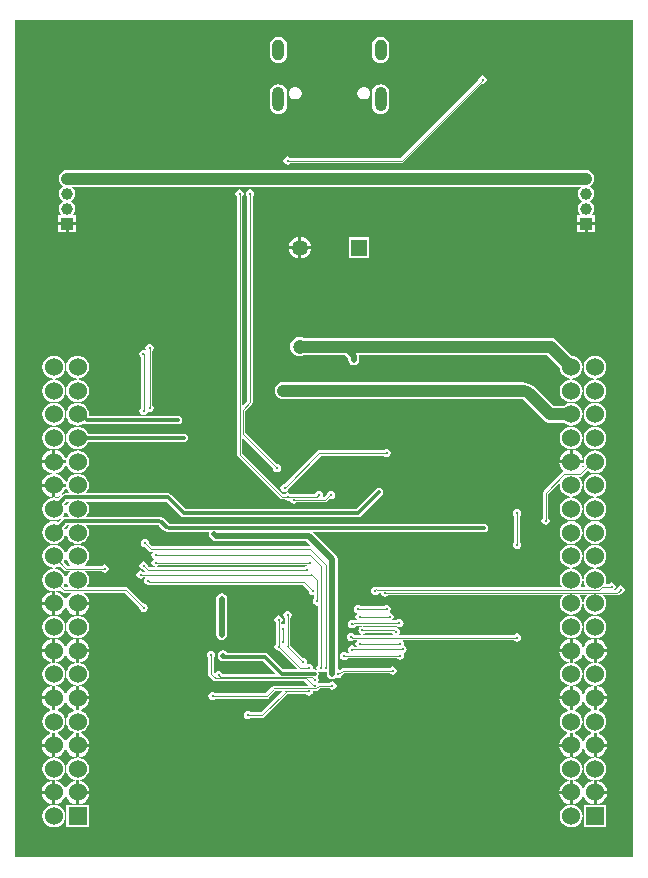
<source format=gbr>
G04*
G04 #@! TF.GenerationSoftware,Altium Limited,Altium Designer,22.4.2 (48)*
G04*
G04 Layer_Physical_Order=2*
G04 Layer_Color=16711680*
%FSLAX25Y25*%
%MOIN*%
G70*
G04*
G04 #@! TF.SameCoordinates,3F43F253-9996-4CA0-957E-582612897B16*
G04*
G04*
G04 #@! TF.FilePolarity,Positive*
G04*
G01*
G75*
%ADD22C,0.01181*%
%ADD64C,0.00236*%
%ADD66C,0.01181*%
%ADD67C,0.04000*%
%ADD75C,0.01968*%
%ADD77O,0.03937X0.07087*%
%ADD78O,0.03937X0.08268*%
%ADD79R,0.06000X0.06000*%
%ADD80C,0.06000*%
%ADD81R,0.05315X0.05315*%
%ADD82C,0.05315*%
%ADD83R,0.03937X0.03937*%
%ADD84C,0.03937*%
%ADD85C,0.01968*%
%ADD86C,0.04724*%
G36*
X306187Y220313D02*
X100313D01*
Y499187D01*
X306187D01*
Y220313D01*
D02*
G37*
%LPC*%
G36*
X222008Y493655D02*
X221289Y493561D01*
X220618Y493283D01*
X220042Y492841D01*
X219601Y492266D01*
X219323Y491595D01*
X219228Y490876D01*
Y487726D01*
X219323Y487007D01*
X219601Y486336D01*
X220042Y485761D01*
X220618Y485319D01*
X221289Y485041D01*
X222008Y484946D01*
X222727Y485041D01*
X223398Y485319D01*
X223973Y485761D01*
X224415Y486336D01*
X224693Y487007D01*
X224788Y487726D01*
Y490876D01*
X224693Y491595D01*
X224415Y492266D01*
X223973Y492841D01*
X223398Y493283D01*
X222727Y493561D01*
X222008Y493655D01*
D02*
G37*
G36*
X187992D02*
X187273Y493561D01*
X186602Y493283D01*
X186027Y492841D01*
X185585Y492266D01*
X185307Y491595D01*
X185212Y490876D01*
Y487726D01*
X185307Y487007D01*
X185585Y486336D01*
X186027Y485761D01*
X186602Y485319D01*
X187273Y485041D01*
X187992Y484946D01*
X188711Y485041D01*
X189382Y485319D01*
X189957Y485761D01*
X190399Y486336D01*
X190677Y487007D01*
X190772Y487726D01*
Y490876D01*
X190677Y491595D01*
X190399Y492266D01*
X189957Y492841D01*
X189382Y493283D01*
X188711Y493561D01*
X187992Y493655D01*
D02*
G37*
G36*
X256000Y480905D02*
X255462Y480798D01*
X255007Y480493D01*
X254702Y480038D01*
X254595Y479500D01*
X254611Y479417D01*
X228618Y453423D01*
X192040D01*
X191993Y453493D01*
X191538Y453798D01*
X191000Y453905D01*
X190462Y453798D01*
X190006Y453493D01*
X189702Y453038D01*
X189595Y452500D01*
X189702Y451962D01*
X190006Y451507D01*
X190462Y451202D01*
X191000Y451095D01*
X191538Y451202D01*
X191993Y451507D01*
X192040Y451577D01*
X229000D01*
X229000Y451577D01*
X229353Y451647D01*
X229653Y451847D01*
X255917Y478112D01*
X256000Y478095D01*
X256538Y478202D01*
X256993Y478507D01*
X257298Y478962D01*
X257405Y479500D01*
X257298Y480038D01*
X256993Y480493D01*
X256538Y480798D01*
X256000Y480905D01*
D02*
G37*
G36*
X216633Y477013D02*
X216124D01*
X215816Y476952D01*
X215816Y476952D01*
X215346Y476757D01*
X215086Y476583D01*
X214726Y476224D01*
X214552Y475963D01*
X214552Y475963D01*
X214357Y475493D01*
X214357Y475493D01*
X214308Y475247D01*
X214296Y475185D01*
Y475185D01*
D01*
Y474931D01*
Y474677D01*
D01*
Y474677D01*
X214308Y474615D01*
X214357Y474369D01*
X214357Y474369D01*
X214552Y473899D01*
X214552Y473899D01*
X214726Y473638D01*
X215086Y473279D01*
X215346Y473105D01*
X215346Y473105D01*
X215816Y472910D01*
X215816Y472910D01*
X216062Y472861D01*
X216124Y472849D01*
X216124D01*
D01*
X216633D01*
D01*
X216633D01*
X216694Y472861D01*
X216940Y472910D01*
X216940Y472910D01*
X217410Y473105D01*
X217410Y473105D01*
X217670Y473279D01*
X218030Y473638D01*
X218204Y473899D01*
X218399Y474369D01*
X218460Y474677D01*
Y474931D01*
Y475185D01*
X218399Y475493D01*
X218399Y475493D01*
X218204Y475963D01*
X218030Y476224D01*
X217670Y476583D01*
X217410Y476757D01*
X216940Y476952D01*
X216633Y477013D01*
D02*
G37*
G36*
X193877D02*
X193368D01*
X193060Y476952D01*
X193060Y476952D01*
X192590Y476757D01*
X192330Y476583D01*
X191970Y476224D01*
X191796Y475963D01*
X191796Y475963D01*
X191601Y475493D01*
X191601Y475493D01*
X191552Y475247D01*
X191540Y475185D01*
Y475185D01*
D01*
Y474931D01*
Y474677D01*
D01*
Y474677D01*
X191552Y474615D01*
X191601Y474369D01*
X191601Y474369D01*
X191796Y473899D01*
X191796Y473899D01*
X191970Y473638D01*
X192330Y473279D01*
X192590Y473105D01*
X192590Y473105D01*
X193060Y472910D01*
X193060Y472910D01*
X193306Y472861D01*
X193368Y472849D01*
X193368D01*
D01*
X193877D01*
D01*
X193877D01*
X193938Y472861D01*
X194184Y472910D01*
X194184Y472910D01*
X194654Y473105D01*
X194654Y473105D01*
X194914Y473279D01*
X195274Y473638D01*
X195448Y473899D01*
X195643Y474369D01*
X195704Y474677D01*
Y474931D01*
Y475185D01*
X195643Y475493D01*
X195643Y475493D01*
X195448Y475963D01*
X195274Y476224D01*
X194914Y476583D01*
X194654Y476757D01*
X194184Y476952D01*
X193877Y477013D01*
D02*
G37*
G36*
X222008Y477908D02*
X221289Y477813D01*
X220618Y477536D01*
X220042Y477094D01*
X219601Y476518D01*
X219323Y475848D01*
X219228Y475128D01*
Y470798D01*
X219323Y470078D01*
X219601Y469408D01*
X220042Y468832D01*
X220618Y468390D01*
X221289Y468113D01*
X222008Y468018D01*
X222727Y468113D01*
X223398Y468390D01*
X223973Y468832D01*
X224415Y469408D01*
X224693Y470078D01*
X224788Y470798D01*
Y475128D01*
X224693Y475848D01*
X224415Y476518D01*
X223973Y477094D01*
X223398Y477536D01*
X222727Y477813D01*
X222008Y477908D01*
D02*
G37*
G36*
X187992D02*
X187273Y477813D01*
X186602Y477536D01*
X186027Y477094D01*
X185585Y476518D01*
X185307Y475848D01*
X185212Y475128D01*
Y470798D01*
X185307Y470078D01*
X185585Y469408D01*
X186027Y468832D01*
X186602Y468390D01*
X187273Y468113D01*
X187992Y468018D01*
X188711Y468113D01*
X189382Y468390D01*
X189957Y468832D01*
X190399Y469408D01*
X190677Y470078D01*
X190772Y470798D01*
Y475128D01*
X190677Y475848D01*
X190399Y476518D01*
X189957Y477094D01*
X189382Y477536D01*
X188711Y477813D01*
X187992Y477908D01*
D02*
G37*
G36*
X290500Y449311D02*
X117500D01*
X116772Y449216D01*
X116094Y448935D01*
X115512Y448488D01*
X115065Y447906D01*
X114784Y447228D01*
X114689Y446500D01*
X114784Y445772D01*
X115065Y445094D01*
X115512Y444512D01*
X116094Y444065D01*
X116293Y443983D01*
X116110Y443907D01*
X115534Y443466D01*
X115093Y442890D01*
X114815Y442219D01*
X114720Y441500D01*
X114815Y440781D01*
X115093Y440110D01*
X115534Y439535D01*
X116110Y439093D01*
X116334Y439000D01*
X116110Y438907D01*
X115534Y438465D01*
X115093Y437890D01*
X114815Y437219D01*
X114720Y436500D01*
X114815Y435781D01*
X115093Y435110D01*
X115534Y434535D01*
X115620Y434469D01*
X114532D01*
Y432000D01*
X117500D01*
X120468D01*
Y434469D01*
X119380D01*
X119465Y434535D01*
X119907Y435110D01*
X120185Y435781D01*
X120280Y436500D01*
X120185Y437219D01*
X119907Y437890D01*
X119465Y438465D01*
X118890Y438907D01*
X118666Y439000D01*
X118890Y439093D01*
X119465Y439535D01*
X119907Y440110D01*
X120185Y440781D01*
X120280Y441500D01*
X120185Y442219D01*
X119907Y442890D01*
X119465Y443466D01*
X119175Y443689D01*
X288825D01*
X288534Y443466D01*
X288093Y442890D01*
X287815Y442219D01*
X287720Y441500D01*
X287815Y440781D01*
X288093Y440110D01*
X288534Y439535D01*
X289110Y439093D01*
X289334Y439000D01*
X289110Y438907D01*
X288534Y438465D01*
X288093Y437890D01*
X287815Y437219D01*
X287720Y436500D01*
X287815Y435781D01*
X288093Y435110D01*
X288534Y434535D01*
X288620Y434469D01*
X287531D01*
Y432000D01*
X290500D01*
X293468D01*
Y434469D01*
X292380D01*
X292465Y434535D01*
X292907Y435110D01*
X293185Y435781D01*
X293280Y436500D01*
X293185Y437219D01*
X292907Y437890D01*
X292465Y438465D01*
X291890Y438907D01*
X291666Y439000D01*
X291890Y439093D01*
X292465Y439535D01*
X292907Y440110D01*
X293185Y440781D01*
X293280Y441500D01*
X293185Y442219D01*
X292907Y442890D01*
X292465Y443466D01*
X291890Y443907D01*
X291707Y443983D01*
X291906Y444065D01*
X292488Y444512D01*
X292935Y445094D01*
X293216Y445772D01*
X293312Y446500D01*
X293216Y447228D01*
X292935Y447906D01*
X292488Y448488D01*
X291906Y448935D01*
X291228Y449216D01*
X290500Y449311D01*
D02*
G37*
G36*
X293468Y431000D02*
X291000D01*
Y428532D01*
X293468D01*
Y431000D01*
D02*
G37*
G36*
X290000D02*
X287531D01*
Y428532D01*
X290000D01*
Y431000D01*
D02*
G37*
G36*
X120468D02*
X118000D01*
Y428532D01*
X120468D01*
Y431000D01*
D02*
G37*
G36*
X117000D02*
X114532D01*
Y428532D01*
X117000D01*
Y431000D01*
D02*
G37*
G36*
X195658Y427123D02*
Y424000D01*
X198781D01*
X198721Y424455D01*
X198352Y425345D01*
X197766Y426109D01*
X197002Y426695D01*
X196112Y427063D01*
X195658Y427123D01*
D02*
G37*
G36*
X194658D02*
X194203Y427063D01*
X193313Y426695D01*
X192549Y426109D01*
X191963Y425345D01*
X191594Y424455D01*
X191534Y424000D01*
X194658D01*
Y427123D01*
D02*
G37*
G36*
X218287Y426945D02*
X211398D01*
Y420055D01*
X218287D01*
Y426945D01*
D02*
G37*
G36*
X198781Y423000D02*
X195658D01*
Y419877D01*
X196112Y419937D01*
X197002Y420305D01*
X197766Y420892D01*
X198352Y421656D01*
X198721Y422545D01*
X198781Y423000D01*
D02*
G37*
G36*
X194658D02*
X191534D01*
X191594Y422545D01*
X191963Y421656D01*
X192549Y420892D01*
X193313Y420305D01*
X194203Y419937D01*
X194658Y419877D01*
Y423000D01*
D02*
G37*
G36*
X145000Y391405D02*
X144462Y391298D01*
X144007Y390993D01*
X143702Y390538D01*
X143595Y390000D01*
X143702Y389462D01*
X144007Y389007D01*
X144077Y388960D01*
Y388851D01*
X143986Y388986D01*
X143531Y389291D01*
X142993Y389398D01*
X142455Y389291D01*
X142000Y388986D01*
X141695Y388530D01*
X141588Y387993D01*
X141695Y387455D01*
X142000Y386999D01*
X142077Y386948D01*
Y370040D01*
X142007Y369993D01*
X141702Y369538D01*
X141595Y369000D01*
X141702Y368462D01*
X142007Y368007D01*
X142462Y367702D01*
X143000Y367595D01*
X143538Y367702D01*
X143993Y368007D01*
X144298Y368462D01*
X144359Y368771D01*
X144462Y368702D01*
X145000Y368595D01*
X145538Y368702D01*
X145993Y369007D01*
X146298Y369462D01*
X146405Y370000D01*
X146298Y370538D01*
X145993Y370993D01*
X145923Y371040D01*
Y388960D01*
X145993Y389007D01*
X146298Y389462D01*
X146405Y390000D01*
X146298Y390538D01*
X145993Y390993D01*
X145538Y391298D01*
X145000Y391405D01*
D02*
G37*
G36*
X293500Y387434D02*
X292511Y387304D01*
X291590Y386922D01*
X290799Y386315D01*
X290192Y385524D01*
X289810Y384603D01*
X289680Y383614D01*
X289810Y382625D01*
X290192Y381704D01*
X290799Y380913D01*
X291590Y380306D01*
X292511Y379924D01*
X293500Y379794D01*
X294489Y379924D01*
X295410Y380306D01*
X296201Y380913D01*
X296808Y381704D01*
X297190Y382625D01*
X297320Y383614D01*
X297190Y384603D01*
X296808Y385524D01*
X296201Y386315D01*
X295410Y386922D01*
X294489Y387304D01*
X293500Y387434D01*
D02*
G37*
G36*
X195000Y393677D02*
X194178Y393568D01*
X193412Y393251D01*
X192754Y392746D01*
X192249Y392088D01*
X191931Y391322D01*
X191823Y390500D01*
X191931Y389678D01*
X192249Y388912D01*
X192754Y388254D01*
X193412Y387749D01*
X194178Y387432D01*
X195000Y387323D01*
X195822Y387432D01*
X196443Y387688D01*
X210257D01*
X211194Y386752D01*
Y386000D01*
X211331Y385309D01*
X211723Y384723D01*
X212309Y384331D01*
X213000Y384194D01*
X213691Y384331D01*
X214277Y384723D01*
X214669Y385309D01*
X214806Y386000D01*
Y387500D01*
X214769Y387688D01*
X277575D01*
X281830Y383434D01*
X281936Y382625D01*
X282318Y381704D01*
X282925Y380913D01*
X283716Y380306D01*
X284637Y379924D01*
X285626Y379794D01*
X286615Y379924D01*
X287536Y380306D01*
X288327Y380913D01*
X288934Y381704D01*
X289316Y382625D01*
X289446Y383614D01*
X289316Y384603D01*
X288934Y385524D01*
X288327Y386315D01*
X287536Y386922D01*
X286615Y387304D01*
X285805Y387411D01*
X280728Y392488D01*
X280146Y392935D01*
X279468Y393216D01*
X278740Y393312D01*
X278740Y393312D01*
X196443D01*
X195822Y393568D01*
X195000Y393677D01*
D02*
G37*
G36*
X121000Y387434D02*
X120011Y387304D01*
X119090Y386922D01*
X118299Y386315D01*
X117692Y385524D01*
X117310Y384603D01*
X117180Y383614D01*
X117310Y382625D01*
X117692Y381704D01*
X118299Y380913D01*
X119090Y380306D01*
X120011Y379924D01*
X121000Y379794D01*
X121989Y379924D01*
X122910Y380306D01*
X123701Y380913D01*
X124308Y381704D01*
X124690Y382625D01*
X124820Y383614D01*
X124690Y384603D01*
X124308Y385524D01*
X123701Y386315D01*
X122910Y386922D01*
X121989Y387304D01*
X121000Y387434D01*
D02*
G37*
G36*
X113126D02*
X112137Y387304D01*
X111216Y386922D01*
X110425Y386315D01*
X109818Y385524D01*
X109436Y384603D01*
X109306Y383614D01*
X109436Y382625D01*
X109818Y381704D01*
X110425Y380913D01*
X111216Y380306D01*
X112137Y379924D01*
X113126Y379794D01*
X114115Y379924D01*
X115036Y380306D01*
X115827Y380913D01*
X116434Y381704D01*
X116816Y382625D01*
X116946Y383614D01*
X116816Y384603D01*
X116434Y385524D01*
X115827Y386315D01*
X115036Y386922D01*
X114115Y387304D01*
X113126Y387434D01*
D02*
G37*
G36*
X293500Y379560D02*
X292511Y379430D01*
X291590Y379048D01*
X290799Y378441D01*
X290192Y377650D01*
X289810Y376729D01*
X289680Y375740D01*
X289810Y374751D01*
X290192Y373830D01*
X290799Y373039D01*
X291590Y372432D01*
X292511Y372050D01*
X293500Y371920D01*
X294489Y372050D01*
X295410Y372432D01*
X296201Y373039D01*
X296808Y373830D01*
X297190Y374751D01*
X297320Y375740D01*
X297190Y376729D01*
X296808Y377650D01*
X296201Y378441D01*
X295410Y379048D01*
X294489Y379430D01*
X293500Y379560D01*
D02*
G37*
G36*
X285626D02*
X284637Y379430D01*
X283716Y379048D01*
X282925Y378441D01*
X282318Y377650D01*
X281936Y376729D01*
X281806Y375740D01*
X281936Y374751D01*
X282318Y373830D01*
X282925Y373039D01*
X283716Y372432D01*
X284637Y372050D01*
X285626Y371920D01*
X286615Y372050D01*
X287536Y372432D01*
X288327Y373039D01*
X288934Y373830D01*
X289316Y374751D01*
X289446Y375740D01*
X289316Y376729D01*
X288934Y377650D01*
X288327Y378441D01*
X287536Y379048D01*
X286615Y379430D01*
X285626Y379560D01*
D02*
G37*
G36*
X121000D02*
X120011Y379430D01*
X119090Y379048D01*
X118299Y378441D01*
X117692Y377650D01*
X117310Y376729D01*
X117180Y375740D01*
X117310Y374751D01*
X117692Y373830D01*
X118299Y373039D01*
X119090Y372432D01*
X120011Y372050D01*
X121000Y371920D01*
X121989Y372050D01*
X122910Y372432D01*
X123701Y373039D01*
X124308Y373830D01*
X124690Y374751D01*
X124820Y375740D01*
X124690Y376729D01*
X124308Y377650D01*
X123701Y378441D01*
X122910Y379048D01*
X121989Y379430D01*
X121000Y379560D01*
D02*
G37*
G36*
X113126D02*
X112137Y379430D01*
X111216Y379048D01*
X110425Y378441D01*
X109818Y377650D01*
X109436Y376729D01*
X109306Y375740D01*
X109436Y374751D01*
X109818Y373830D01*
X110425Y373039D01*
X111216Y372432D01*
X112137Y372050D01*
X113126Y371920D01*
X114115Y372050D01*
X115036Y372432D01*
X115827Y373039D01*
X116434Y373830D01*
X116816Y374751D01*
X116946Y375740D01*
X116816Y376729D01*
X116434Y377650D01*
X115827Y378441D01*
X115036Y379048D01*
X114115Y379430D01*
X113126Y379560D01*
D02*
G37*
G36*
X178500Y442905D02*
X177962Y442798D01*
X177506Y442493D01*
X177202Y442038D01*
X177095Y441500D01*
X177202Y440962D01*
X177506Y440507D01*
X177577Y440460D01*
Y372382D01*
X175923Y370729D01*
Y440460D01*
X175994Y440507D01*
X176298Y440962D01*
X176405Y441500D01*
X176298Y442038D01*
X175994Y442493D01*
X175538Y442798D01*
X175000Y442905D01*
X174462Y442798D01*
X174006Y442493D01*
X173702Y442038D01*
X173595Y441500D01*
X173702Y440962D01*
X174006Y440507D01*
X174077Y440460D01*
Y354500D01*
X174077Y354500D01*
X174147Y354147D01*
X174347Y353847D01*
X188347Y339847D01*
X188647Y339647D01*
X189000Y339577D01*
X189000Y339577D01*
X189960D01*
X190006Y339507D01*
X190462Y339202D01*
X191000Y339095D01*
X191538Y339202D01*
X191641Y339271D01*
X191702Y338962D01*
X192007Y338507D01*
X192462Y338202D01*
X193000Y338095D01*
X193538Y338202D01*
X193993Y338507D01*
X194040Y338577D01*
X203500D01*
X203500Y338577D01*
X203853Y338647D01*
X204153Y338847D01*
X205000Y339694D01*
X205500Y339595D01*
X206038Y339702D01*
X206493Y340007D01*
X206798Y340462D01*
X206905Y341000D01*
X206798Y341538D01*
X206493Y341993D01*
X206038Y342298D01*
X205500Y342405D01*
X204962Y342298D01*
X204506Y341993D01*
X204202Y341538D01*
X204195Y341500D01*
X203118Y340423D01*
X202772D01*
X202798Y340462D01*
X202905Y341000D01*
X202798Y341538D01*
X202494Y341993D01*
X202038Y342298D01*
X201500Y342405D01*
X200962Y342298D01*
X200506Y341993D01*
X200202Y341538D01*
X200179Y341423D01*
X192040D01*
X191993Y341493D01*
X191538Y341798D01*
X191000Y341905D01*
X190462Y341798D01*
X190006Y341493D01*
X189960Y341423D01*
X189382D01*
X175923Y354882D01*
Y360271D01*
X186111Y350083D01*
X186095Y350000D01*
X186202Y349462D01*
X186506Y349007D01*
X186962Y348702D01*
X187500Y348595D01*
X188038Y348702D01*
X188494Y349007D01*
X188798Y349462D01*
X188905Y350000D01*
X188798Y350538D01*
X188494Y350993D01*
X188038Y351298D01*
X187500Y351405D01*
X187417Y351389D01*
X176923Y361882D01*
Y369118D01*
X179153Y371347D01*
X179153Y371347D01*
X179273Y371527D01*
X179353Y371647D01*
X179423Y372000D01*
Y440460D01*
X179493Y440507D01*
X179798Y440962D01*
X179905Y441500D01*
X179798Y442038D01*
X179493Y442493D01*
X179038Y442798D01*
X178500Y442905D01*
D02*
G37*
G36*
X121000Y371686D02*
X120011Y371556D01*
X119090Y371174D01*
X118299Y370567D01*
X117692Y369776D01*
X117310Y368855D01*
X117180Y367866D01*
X117310Y366877D01*
X117692Y365956D01*
X118299Y365165D01*
X119090Y364558D01*
X120011Y364176D01*
X121000Y364046D01*
X121989Y364176D01*
X122910Y364558D01*
X123315Y364868D01*
X123564Y364702D01*
X124101Y364595D01*
X154500D01*
X155038Y364702D01*
X155493Y365007D01*
X155798Y365462D01*
X155905Y366000D01*
X155798Y366538D01*
X155493Y366993D01*
X155038Y367298D01*
X154500Y367405D01*
X124759D01*
X124820Y367866D01*
X124690Y368855D01*
X124308Y369776D01*
X123701Y370567D01*
X122910Y371174D01*
X121989Y371556D01*
X121000Y371686D01*
D02*
G37*
G36*
X293500D02*
X292511Y371556D01*
X291590Y371174D01*
X290799Y370567D01*
X290192Y369776D01*
X289810Y368855D01*
X289680Y367866D01*
X289810Y366877D01*
X290192Y365956D01*
X290799Y365165D01*
X291590Y364558D01*
X292511Y364176D01*
X293500Y364046D01*
X294489Y364176D01*
X295410Y364558D01*
X296201Y365165D01*
X296808Y365956D01*
X297190Y366877D01*
X297320Y367866D01*
X297190Y368855D01*
X296808Y369776D01*
X296201Y370567D01*
X295410Y371174D01*
X294489Y371556D01*
X293500Y371686D01*
D02*
G37*
G36*
X269048Y378615D02*
Y378607D01*
X189547D01*
X188820Y378511D01*
X188141Y378230D01*
X187559Y377783D01*
X187112Y377201D01*
X186831Y376523D01*
X186736Y375795D01*
X186831Y375067D01*
X187112Y374389D01*
X187559Y373807D01*
X188141Y373360D01*
X188820Y373079D01*
X189547Y372984D01*
X269048D01*
Y372980D01*
X269502Y372890D01*
X269886Y372633D01*
X269888Y372636D01*
Y372636D01*
X276646Y365878D01*
X276646Y365878D01*
X277228Y365431D01*
X277906Y365150D01*
X278634Y365054D01*
X278634Y365054D01*
X283069D01*
X283716Y364558D01*
X284637Y364176D01*
X285626Y364046D01*
X286615Y364176D01*
X287536Y364558D01*
X288327Y365165D01*
X288934Y365956D01*
X289316Y366877D01*
X289446Y367866D01*
X289316Y368855D01*
X288934Y369776D01*
X288327Y370567D01*
X287536Y371174D01*
X286615Y371556D01*
X285626Y371686D01*
X284637Y371556D01*
X283716Y371174D01*
X283068Y370677D01*
X279799D01*
X273865Y376611D01*
X273864Y376612D01*
X273871Y376618D01*
X272837Y377466D01*
X271658Y378096D01*
X270378Y378484D01*
X269048Y378615D01*
D02*
G37*
G36*
X113126Y371686D02*
X112137Y371556D01*
X111216Y371174D01*
X110425Y370567D01*
X109818Y369776D01*
X109436Y368855D01*
X109306Y367866D01*
X109436Y366877D01*
X109818Y365956D01*
X110425Y365165D01*
X111216Y364558D01*
X112137Y364176D01*
X113126Y364046D01*
X114115Y364176D01*
X115036Y364558D01*
X115827Y365165D01*
X116434Y365956D01*
X116816Y366877D01*
X116946Y367866D01*
X116816Y368855D01*
X116434Y369776D01*
X115827Y370567D01*
X115036Y371174D01*
X114115Y371556D01*
X113126Y371686D01*
D02*
G37*
G36*
X121000Y363812D02*
X120011Y363682D01*
X119090Y363300D01*
X118299Y362693D01*
X117692Y361902D01*
X117310Y360981D01*
X117180Y359992D01*
X117310Y359003D01*
X117692Y358082D01*
X118299Y357291D01*
X119090Y356684D01*
X120011Y356302D01*
X121000Y356172D01*
X121989Y356302D01*
X122910Y356684D01*
X123701Y357291D01*
X124308Y358082D01*
X124517Y358587D01*
X155982D01*
X156004Y358591D01*
X156026Y358587D01*
X156523Y358595D01*
X156780Y358651D01*
X157038Y358702D01*
X157047Y358708D01*
X157059Y358711D01*
X157275Y358860D01*
X157493Y359007D01*
X157500Y359016D01*
X157509Y359023D01*
X157652Y359244D01*
X157798Y359462D01*
X157800Y359474D01*
X157807Y359483D01*
X157854Y359742D01*
X157905Y360000D01*
X157903Y360011D01*
X157905Y360023D01*
X157849Y360279D01*
X157798Y360538D01*
X157792Y360547D01*
X157789Y360559D01*
X157640Y360774D01*
X157493Y360993D01*
X157484Y361000D01*
X157477Y361009D01*
X157257Y361152D01*
X157038Y361298D01*
X157026Y361300D01*
X157017Y361307D01*
X156758Y361354D01*
X156500Y361405D01*
X156489Y361403D01*
X156477Y361405D01*
X155982Y361397D01*
Y361440D01*
X155977Y361438D01*
X155978Y361397D01*
X124518D01*
X124308Y361902D01*
X123701Y362693D01*
X122910Y363300D01*
X121989Y363682D01*
X121000Y363812D01*
D02*
G37*
G36*
X293500D02*
X292511Y363682D01*
X291590Y363300D01*
X290799Y362693D01*
X290192Y361902D01*
X289810Y360981D01*
X289680Y359992D01*
X289810Y359003D01*
X290192Y358082D01*
X290799Y357291D01*
X291590Y356684D01*
X292511Y356302D01*
X293500Y356172D01*
X294489Y356302D01*
X295410Y356684D01*
X296201Y357291D01*
X296808Y358082D01*
X297190Y359003D01*
X297320Y359992D01*
X297190Y360981D01*
X296808Y361902D01*
X296201Y362693D01*
X295410Y363300D01*
X294489Y363682D01*
X293500Y363812D01*
D02*
G37*
G36*
X285626D02*
X284637Y363682D01*
X283716Y363300D01*
X282925Y362693D01*
X282318Y361902D01*
X281936Y360981D01*
X281806Y359992D01*
X281936Y359003D01*
X282318Y358082D01*
X282925Y357291D01*
X283716Y356684D01*
X284637Y356302D01*
X285626Y356172D01*
X286615Y356302D01*
X287536Y356684D01*
X288327Y357291D01*
X288934Y358082D01*
X289316Y359003D01*
X289446Y359992D01*
X289316Y360981D01*
X288934Y361902D01*
X288327Y362693D01*
X287536Y363300D01*
X286615Y363682D01*
X285626Y363812D01*
D02*
G37*
G36*
X113126D02*
X112137Y363682D01*
X111216Y363300D01*
X110425Y362693D01*
X109818Y361902D01*
X109436Y360981D01*
X109306Y359992D01*
X109436Y359003D01*
X109818Y358082D01*
X110425Y357291D01*
X111216Y356684D01*
X112137Y356302D01*
X113126Y356172D01*
X114115Y356302D01*
X115036Y356684D01*
X115827Y357291D01*
X116434Y358082D01*
X116816Y359003D01*
X116946Y359992D01*
X116816Y360981D01*
X116434Y361902D01*
X115827Y362693D01*
X115036Y363300D01*
X114115Y363682D01*
X113126Y363812D01*
D02*
G37*
G36*
X224000Y356405D02*
X223462Y356298D01*
X223007Y355993D01*
X222960Y355923D01*
X201751D01*
X201750Y355923D01*
X201749Y355923D01*
X201746Y355923D01*
X201742Y355923D01*
X201740Y355923D01*
X201740Y355923D01*
X201740Y355926D01*
X201305Y355839D01*
X200935Y355591D01*
X200938Y355588D01*
X200932Y355585D01*
X190083Y344736D01*
X190000Y344752D01*
X189462Y344645D01*
X189006Y344340D01*
X188702Y343885D01*
X188595Y343347D01*
X188702Y342809D01*
X189006Y342354D01*
X189462Y342049D01*
X190000Y341942D01*
X190538Y342049D01*
X190993Y342354D01*
X191298Y342809D01*
X191405Y343347D01*
X191388Y343430D01*
X202035Y354077D01*
X222960D01*
X223007Y354007D01*
X223462Y353702D01*
X224000Y353595D01*
X224538Y353702D01*
X224993Y354007D01*
X225298Y354462D01*
X225405Y355000D01*
X225298Y355538D01*
X224993Y355993D01*
X224538Y356298D01*
X224000Y356405D01*
D02*
G37*
G36*
X286126Y356087D02*
Y352618D01*
X289595D01*
X289523Y353162D01*
X289120Y354135D01*
X288479Y354971D01*
X287643Y355612D01*
X286670Y356015D01*
X286126Y356087D01*
D02*
G37*
G36*
X113626D02*
Y352618D01*
X117095D01*
X117023Y353162D01*
X116620Y354135D01*
X115979Y354971D01*
X115143Y355612D01*
X114170Y356015D01*
X113626Y356087D01*
D02*
G37*
G36*
X112626Y356087D02*
X112082Y356015D01*
X111109Y355612D01*
X110273Y354971D01*
X109632Y354135D01*
X109229Y353162D01*
X109157Y352618D01*
X112626D01*
Y356087D01*
D02*
G37*
G36*
X285126D02*
X284582Y356015D01*
X283609Y355612D01*
X282773Y354971D01*
X282132Y354135D01*
X281729Y353162D01*
X281657Y352618D01*
X285126D01*
Y356087D01*
D02*
G37*
G36*
X293500Y355938D02*
X292511Y355808D01*
X291590Y355426D01*
X290799Y354819D01*
X290192Y354028D01*
X289810Y353107D01*
X289680Y352118D01*
X289810Y351129D01*
X289961Y350766D01*
X288542Y349348D01*
X289120Y350101D01*
X289523Y351074D01*
X289595Y351618D01*
X285626D01*
X281657D01*
X281729Y351074D01*
X282132Y350101D01*
X282773Y349265D01*
X283232Y348913D01*
X282862Y348839D01*
X282484Y348587D01*
X282487Y348584D01*
X282487Y348584D01*
X282487Y348584D01*
X276347Y342443D01*
X276147Y342144D01*
X276077Y341791D01*
X276077Y341791D01*
Y333540D01*
X276007Y333493D01*
X275702Y333038D01*
X275595Y332500D01*
X275702Y331962D01*
X276007Y331507D01*
X276462Y331202D01*
X277000Y331095D01*
X277538Y331202D01*
X277993Y331507D01*
X278298Y331962D01*
X278405Y332500D01*
X278298Y333038D01*
X277993Y333493D01*
X277923Y333540D01*
Y341408D01*
X282069Y345554D01*
X281936Y345233D01*
X281806Y344244D01*
X281936Y343255D01*
X282318Y342334D01*
X282925Y341543D01*
X283716Y340936D01*
X284637Y340554D01*
X285626Y340424D01*
X286615Y340554D01*
X287536Y340936D01*
X288327Y341543D01*
X288934Y342334D01*
X289316Y343255D01*
X289446Y344244D01*
X289316Y345233D01*
X288934Y346154D01*
X288327Y346945D01*
X288156Y347077D01*
X288402D01*
Y347072D01*
X288848Y347161D01*
X289225Y347413D01*
X289222Y347416D01*
X291039Y349233D01*
X291590Y348810D01*
X292511Y348428D01*
X293500Y348298D01*
X294489Y348428D01*
X295410Y348810D01*
X296201Y349417D01*
X296808Y350208D01*
X297190Y351129D01*
X297320Y352118D01*
X297190Y353107D01*
X296808Y354028D01*
X296201Y354819D01*
X295410Y355426D01*
X294489Y355808D01*
X293500Y355938D01*
D02*
G37*
G36*
X121000D02*
X120011Y355808D01*
X119090Y355426D01*
X118299Y354819D01*
X117692Y354028D01*
X117310Y353107D01*
X117180Y352118D01*
X117310Y351129D01*
X117692Y350208D01*
X118299Y349417D01*
X119090Y348810D01*
X120011Y348428D01*
X121000Y348298D01*
X121989Y348428D01*
X122910Y348810D01*
X123701Y349417D01*
X124308Y350208D01*
X124690Y351129D01*
X124820Y352118D01*
X124690Y353107D01*
X124308Y354028D01*
X123701Y354819D01*
X122910Y355426D01*
X121989Y355808D01*
X121000Y355938D01*
D02*
G37*
G36*
X117095Y351618D02*
X113126D01*
X109157D01*
X109229Y351074D01*
X109632Y350101D01*
X110273Y349265D01*
X111109Y348624D01*
X112082Y348221D01*
X112385Y348181D01*
X112082Y348141D01*
X111109Y347738D01*
X110273Y347097D01*
X109632Y346261D01*
X109229Y345288D01*
X109157Y344744D01*
X113126D01*
X117095D01*
X117023Y345288D01*
X116620Y346261D01*
X115979Y347097D01*
X115143Y347738D01*
X114170Y348141D01*
X113867Y348181D01*
X114170Y348221D01*
X115143Y348624D01*
X115979Y349265D01*
X116620Y350101D01*
X117023Y351074D01*
X117095Y351618D01*
D02*
G37*
G36*
X293500Y348064D02*
X292511Y347934D01*
X291590Y347552D01*
X290799Y346945D01*
X290192Y346154D01*
X289810Y345233D01*
X289680Y344244D01*
X289810Y343255D01*
X290192Y342334D01*
X290799Y341543D01*
X291590Y340936D01*
X292511Y340554D01*
X293500Y340424D01*
X294489Y340554D01*
X295410Y340936D01*
X296201Y341543D01*
X296808Y342334D01*
X297190Y343255D01*
X297320Y344244D01*
X297190Y345233D01*
X296808Y346154D01*
X296201Y346945D01*
X295410Y347552D01*
X294489Y347934D01*
X293500Y348064D01*
D02*
G37*
G36*
X112626Y343744D02*
X109157D01*
X109229Y343200D01*
X109632Y342227D01*
X110273Y341391D01*
X111109Y340750D01*
X112082Y340347D01*
X112626Y340275D01*
Y343744D01*
D02*
G37*
G36*
X117095D02*
X113626D01*
Y340275D01*
X114170Y340347D01*
X115143Y340750D01*
X115979Y341391D01*
X116620Y342227D01*
X117023Y343200D01*
X117095Y343744D01*
D02*
G37*
G36*
X121000Y348064D02*
X120011Y347934D01*
X119090Y347552D01*
X118299Y346945D01*
X117692Y346154D01*
X117310Y345233D01*
X117180Y344244D01*
X117310Y343255D01*
X117692Y342334D01*
X118269Y341582D01*
X116933D01*
X116396Y341475D01*
X115940Y341171D01*
X114620Y339851D01*
X114115Y340060D01*
X113126Y340190D01*
X112137Y340060D01*
X111216Y339678D01*
X110425Y339071D01*
X109818Y338280D01*
X109436Y337359D01*
X109306Y336370D01*
X109436Y335381D01*
X109818Y334460D01*
X110425Y333669D01*
X111216Y333062D01*
X112137Y332680D01*
X113126Y332550D01*
X114115Y332680D01*
X115036Y333062D01*
X115827Y333669D01*
X116434Y334460D01*
X116816Y335381D01*
X116946Y336370D01*
X116816Y337359D01*
X116607Y337864D01*
X117515Y338772D01*
X118069D01*
X117692Y338280D01*
X117310Y337359D01*
X117180Y336370D01*
X117310Y335381D01*
X117692Y334460D01*
X118269Y333708D01*
X116933D01*
X116396Y333601D01*
X115940Y333297D01*
X114620Y331977D01*
X114115Y332186D01*
X113126Y332316D01*
X112137Y332186D01*
X111216Y331804D01*
X110425Y331197D01*
X109818Y330406D01*
X109436Y329485D01*
X109306Y328496D01*
X109436Y327507D01*
X109818Y326586D01*
X110425Y325795D01*
X111216Y325188D01*
X112137Y324806D01*
X113126Y324676D01*
X114115Y324806D01*
X115036Y325188D01*
X115827Y325795D01*
X116434Y326586D01*
X116816Y327507D01*
X116946Y328496D01*
X116816Y329485D01*
X116607Y329990D01*
X117515Y330898D01*
X118069D01*
X117692Y330406D01*
X117310Y329485D01*
X117180Y328496D01*
X117310Y327507D01*
X117692Y326586D01*
X118299Y325795D01*
X119090Y325188D01*
X120011Y324806D01*
X121000Y324676D01*
X121989Y324806D01*
X122910Y325188D01*
X123701Y325795D01*
X124308Y326586D01*
X124690Y327507D01*
X124820Y328496D01*
X124690Y329485D01*
X124308Y330406D01*
X123971Y330845D01*
X148156D01*
X148177Y330837D01*
X149659Y329354D01*
X149661Y329352D01*
X149661Y329352D01*
X149662Y329351D01*
X149663Y329350D01*
X149667Y329347D01*
X149667Y329348D01*
X149727Y329308D01*
X150199Y328946D01*
X150821Y328688D01*
X151416Y328610D01*
X151489Y328595D01*
X164812D01*
X164694Y328000D01*
X164831Y327309D01*
X165223Y326723D01*
X165522Y326522D01*
X165723Y326223D01*
X166309Y325831D01*
X167000Y325694D01*
X197252D01*
X204131Y318815D01*
Y318675D01*
X199153Y323653D01*
X198853Y323853D01*
X198500Y323923D01*
X198500Y323923D01*
X145882D01*
X144888Y324917D01*
X144905Y325000D01*
X144798Y325538D01*
X144493Y325993D01*
X144038Y326298D01*
X143500Y326405D01*
X142962Y326298D01*
X142507Y325993D01*
X142202Y325538D01*
X142095Y325000D01*
X142202Y324462D01*
X142507Y324007D01*
X142962Y323702D01*
X143500Y323595D01*
X143583Y323611D01*
X144778Y322416D01*
X144779Y322416D01*
X144779Y322415D01*
X144784Y322412D01*
X144781Y322409D01*
X145152Y322161D01*
X145598Y322072D01*
Y322077D01*
X145598Y322077D01*
X146131D01*
X146007Y321993D01*
X145702Y321538D01*
X145595Y321000D01*
X145702Y320462D01*
X146007Y320007D01*
X146390Y319750D01*
X146007Y319493D01*
X145702Y319038D01*
X145595Y318500D01*
X145702Y317962D01*
X146007Y317507D01*
X146462Y317202D01*
X147000Y317095D01*
X147538Y317202D01*
X147994Y317507D01*
X148040Y317577D01*
X197460D01*
X197506Y317507D01*
X197726Y317360D01*
X197500Y317405D01*
X196962Y317298D01*
X196507Y316993D01*
X196460Y316923D01*
X144882D01*
X144388Y317417D01*
X144405Y317500D01*
X144298Y318038D01*
X143993Y318493D01*
X143538Y318798D01*
X143000Y318905D01*
X142462Y318798D01*
X142007Y318493D01*
X141702Y318038D01*
X141595Y317500D01*
X141702Y316962D01*
X142007Y316507D01*
X142462Y316202D01*
X143000Y316095D01*
X143083Y316111D01*
X143771Y315423D01*
X143040D01*
X142993Y315493D01*
X142538Y315798D01*
X142000Y315905D01*
X141462Y315798D01*
X141007Y315493D01*
X140702Y315038D01*
X140595Y314500D01*
X140702Y313962D01*
X141007Y313507D01*
X141462Y313202D01*
X142000Y313095D01*
X142538Y313202D01*
X142993Y313507D01*
X143040Y313577D01*
X143631D01*
X143507Y313493D01*
X143202Y313038D01*
X143095Y312500D01*
X143202Y311962D01*
X143507Y311507D01*
X143962Y311202D01*
X144500Y311095D01*
X144704Y311136D01*
X145000Y311077D01*
X145000Y311077D01*
X196118D01*
X198111Y309083D01*
X198095Y309000D01*
X198202Y308462D01*
X198506Y308007D01*
X198962Y307702D01*
X199500Y307595D01*
X199966Y307688D01*
Y306602D01*
X199877Y306543D01*
X199573Y306087D01*
X199466Y305549D01*
X199573Y305012D01*
X199877Y304556D01*
X200333Y304251D01*
X200871Y304144D01*
X201077Y304185D01*
Y284446D01*
X201007Y284399D01*
X200702Y283943D01*
X200595Y283405D01*
X200702Y282868D01*
X200970Y282468D01*
X200569Y282735D01*
X200031Y282842D01*
X199344D01*
X199361Y282868D01*
X199468Y283405D01*
X199361Y283943D01*
X199056Y284399D01*
X198601Y284703D01*
X198063Y284810D01*
X197525Y284703D01*
X197125Y284436D01*
X197392Y284836D01*
X197499Y285374D01*
X197392Y285912D01*
X197088Y286368D01*
X196632Y286672D01*
X196095Y286779D01*
X196016Y286763D01*
X191923Y290881D01*
Y299960D01*
X191993Y300007D01*
X192298Y300462D01*
X192405Y301000D01*
X192298Y301538D01*
X191993Y301993D01*
X191538Y302298D01*
X191000Y302405D01*
X190462Y302298D01*
X190006Y301993D01*
X189702Y301538D01*
X189595Y301000D01*
X189702Y300462D01*
X190006Y300007D01*
X190077Y299960D01*
Y297772D01*
X190038Y297798D01*
X189500Y297905D01*
X188962Y297798D01*
X188923Y297772D01*
Y298460D01*
X188994Y298507D01*
X189298Y298962D01*
X189405Y299500D01*
X189298Y300038D01*
X188994Y300493D01*
X188538Y300798D01*
X188000Y300905D01*
X187462Y300798D01*
X187006Y300493D01*
X186702Y300038D01*
X186595Y299500D01*
X186702Y298962D01*
X187006Y298507D01*
X187077Y298460D01*
Y291540D01*
X187006Y291493D01*
X186702Y291038D01*
X186595Y290500D01*
X186702Y289962D01*
X187006Y289507D01*
X187462Y289202D01*
X188000Y289095D01*
X188083Y289111D01*
X194352Y282842D01*
X189645D01*
X184494Y287993D01*
X184038Y288298D01*
X183500Y288405D01*
X171026D01*
X170777Y288777D01*
X170191Y289169D01*
X169500Y289306D01*
X168809Y289169D01*
X168223Y288777D01*
X167831Y288191D01*
X167694Y287500D01*
X167831Y286809D01*
X168223Y286223D01*
X168809Y285831D01*
X169500Y285694D01*
X169502Y285694D01*
X170000Y285595D01*
X182918D01*
X187137Y281376D01*
X169330D01*
X169298Y281538D01*
X168993Y281993D01*
X168538Y282298D01*
X168000Y282405D01*
X167462Y282298D01*
X167007Y281993D01*
X166728Y281577D01*
X166414Y281891D01*
Y286656D01*
X166516Y286723D01*
X166820Y287179D01*
X166927Y287717D01*
X166820Y288254D01*
X166516Y288710D01*
X166060Y289015D01*
X165522Y289122D01*
X164984Y289015D01*
X164529Y288710D01*
X164224Y288254D01*
X164117Y287717D01*
X164224Y287179D01*
X164529Y286723D01*
X164568Y286697D01*
Y281607D01*
X164568Y281607D01*
X164563D01*
X164652Y281161D01*
X164900Y280790D01*
X164903Y280793D01*
X164906Y280788D01*
X166280Y279415D01*
X166288Y279409D01*
X166285Y279406D01*
X166652Y279161D01*
X167087Y279074D01*
X167087Y279078D01*
X167096Y279077D01*
X196618D01*
X198205Y277489D01*
X186663D01*
Y277494D01*
X186218Y277405D01*
X185846Y277156D01*
X185849Y277153D01*
X185845Y277150D01*
X185845Y277150D01*
X183618Y274923D01*
X167040D01*
X166993Y274993D01*
X166538Y275298D01*
X166000Y275405D01*
X165462Y275298D01*
X165006Y274993D01*
X164702Y274538D01*
X164595Y274000D01*
X164702Y273462D01*
X165006Y273007D01*
X165462Y272702D01*
X166000Y272595D01*
X166538Y272702D01*
X166993Y273007D01*
X167040Y273077D01*
X183902D01*
Y273072D01*
X184348Y273161D01*
X184719Y273409D01*
X184715Y273412D01*
X184721Y273415D01*
X186948Y275642D01*
X189337D01*
X182253Y268559D01*
X178811D01*
X178764Y268629D01*
X178308Y268933D01*
X177770Y269040D01*
X177233Y268933D01*
X176777Y268629D01*
X176472Y268173D01*
X176365Y267635D01*
X176472Y267098D01*
X176777Y266642D01*
X177233Y266337D01*
X177770Y266230D01*
X178308Y266337D01*
X178764Y266642D01*
X178811Y266712D01*
X182635D01*
X182635Y266712D01*
X182989Y266782D01*
X183288Y266983D01*
X190914Y274608D01*
X197023D01*
X197070Y274538D01*
X197525Y274234D01*
X198063Y274127D01*
X198601Y274234D01*
X199056Y274538D01*
X199361Y274994D01*
X199468Y275532D01*
X199446Y275642D01*
X200313D01*
Y275638D01*
X200758Y275726D01*
X201136Y275979D01*
X201133Y275982D01*
X201728Y276577D01*
X204897D01*
X204944Y276507D01*
X205399Y276202D01*
X205937Y276095D01*
X206475Y276202D01*
X206930Y276507D01*
X207235Y276962D01*
X207342Y277500D01*
X207235Y278038D01*
X206930Y278493D01*
X206475Y278798D01*
X205937Y278905D01*
X205399Y278798D01*
X204944Y278493D01*
X204897Y278423D01*
X201345D01*
X201345Y278423D01*
X201095Y278374D01*
X201021Y278484D01*
X201005Y278495D01*
X201309Y278950D01*
X201416Y279487D01*
X201309Y280025D01*
X201027Y280447D01*
X201329Y280899D01*
X201436Y281437D01*
X201329Y281975D01*
X201062Y282375D01*
X201462Y282107D01*
X202000Y282001D01*
X202538Y282107D01*
X202984Y282406D01*
X203431Y282107D01*
X203969Y282001D01*
X204131Y282033D01*
Y281437D01*
X204268Y280746D01*
X204660Y280160D01*
X205246Y279768D01*
X205937Y279631D01*
X206628Y279768D01*
X207214Y280160D01*
X207252Y280216D01*
X207368Y280139D01*
X207906Y280032D01*
X208443Y280139D01*
X208899Y280444D01*
X209204Y280899D01*
X209207Y280918D01*
X209256Y280950D01*
X209882Y281577D01*
X224960D01*
X225007Y281507D01*
X225462Y281202D01*
X226000Y281095D01*
X226538Y281202D01*
X226993Y281507D01*
X227298Y281962D01*
X227405Y282500D01*
X227298Y283038D01*
X226993Y283493D01*
X226538Y283798D01*
X226000Y283905D01*
X225462Y283798D01*
X225007Y283493D01*
X224960Y283423D01*
X209500D01*
X209147Y283353D01*
X209027Y283273D01*
X208847Y283153D01*
X208847Y283153D01*
X208432Y282737D01*
X207906Y282842D01*
X207743Y282810D01*
Y319563D01*
X207606Y320254D01*
X207214Y320840D01*
X199460Y328595D01*
X256500D01*
X257038Y328702D01*
X257493Y329007D01*
X257798Y329462D01*
X257905Y330000D01*
X257798Y330538D01*
X257493Y330993D01*
X257038Y331298D01*
X256500Y331405D01*
X151594D01*
X151574Y331413D01*
X150089Y332897D01*
X150027Y332939D01*
X149551Y333304D01*
X148929Y333562D01*
X148334Y333640D01*
X148261Y333655D01*
X123683D01*
X123701Y333669D01*
X124308Y334460D01*
X124690Y335381D01*
X124820Y336370D01*
X124690Y337359D01*
X124308Y338280D01*
X123931Y338772D01*
X150741D01*
X155507Y334007D01*
X155962Y333702D01*
X156500Y333595D01*
X213457D01*
X213511Y333584D01*
X214489D01*
X215027Y333691D01*
X215483Y333996D01*
X222493Y341007D01*
X222798Y341462D01*
X222905Y342000D01*
X222798Y342538D01*
X222493Y342993D01*
X222038Y343298D01*
X221500Y343405D01*
X220962Y343298D01*
X220507Y342993D01*
X213907Y336394D01*
X213554D01*
X213500Y336405D01*
X157082D01*
X152316Y341171D01*
X151860Y341475D01*
X151323Y341582D01*
X123731D01*
X124308Y342334D01*
X124690Y343255D01*
X124820Y344244D01*
X124690Y345233D01*
X124308Y346154D01*
X123701Y346945D01*
X122910Y347552D01*
X121989Y347934D01*
X121000Y348064D01*
D02*
G37*
G36*
X293500Y340190D02*
X292511Y340060D01*
X291590Y339678D01*
X290799Y339071D01*
X290192Y338280D01*
X289810Y337359D01*
X289680Y336370D01*
X289810Y335381D01*
X290192Y334460D01*
X290799Y333669D01*
X291590Y333062D01*
X292511Y332680D01*
X293500Y332550D01*
X294489Y332680D01*
X295410Y333062D01*
X296201Y333669D01*
X296808Y334460D01*
X297190Y335381D01*
X297320Y336370D01*
X297190Y337359D01*
X296808Y338280D01*
X296201Y339071D01*
X295410Y339678D01*
X294489Y340060D01*
X293500Y340190D01*
D02*
G37*
G36*
X285626D02*
X284637Y340060D01*
X283716Y339678D01*
X282925Y339071D01*
X282318Y338280D01*
X281936Y337359D01*
X281806Y336370D01*
X281936Y335381D01*
X282318Y334460D01*
X282925Y333669D01*
X283716Y333062D01*
X284637Y332680D01*
X285626Y332550D01*
X286615Y332680D01*
X287536Y333062D01*
X288327Y333669D01*
X288934Y334460D01*
X289316Y335381D01*
X289446Y336370D01*
X289316Y337359D01*
X288934Y338280D01*
X288327Y339071D01*
X287536Y339678D01*
X286615Y340060D01*
X285626Y340190D01*
D02*
G37*
G36*
X293500Y332316D02*
X292511Y332186D01*
X291590Y331804D01*
X290799Y331197D01*
X290192Y330406D01*
X289810Y329485D01*
X289680Y328496D01*
X289810Y327507D01*
X290192Y326586D01*
X290799Y325795D01*
X291590Y325188D01*
X292511Y324806D01*
X293500Y324676D01*
X294489Y324806D01*
X295410Y325188D01*
X296201Y325795D01*
X296808Y326586D01*
X297190Y327507D01*
X297320Y328496D01*
X297190Y329485D01*
X296808Y330406D01*
X296201Y331197D01*
X295410Y331804D01*
X294489Y332186D01*
X293500Y332316D01*
D02*
G37*
G36*
X285626D02*
X284637Y332186D01*
X283716Y331804D01*
X282925Y331197D01*
X282318Y330406D01*
X281936Y329485D01*
X281806Y328496D01*
X281936Y327507D01*
X282318Y326586D01*
X282925Y325795D01*
X283716Y325188D01*
X284637Y324806D01*
X285626Y324676D01*
X286615Y324806D01*
X287536Y325188D01*
X288327Y325795D01*
X288934Y326586D01*
X289316Y327507D01*
X289446Y328496D01*
X289316Y329485D01*
X288934Y330406D01*
X288327Y331197D01*
X287536Y331804D01*
X286615Y332186D01*
X285626Y332316D01*
D02*
G37*
G36*
X267500Y336405D02*
X266962Y336298D01*
X266507Y335993D01*
X266202Y335538D01*
X266095Y335000D01*
X266202Y334462D01*
X266507Y334007D01*
X266577Y333960D01*
Y325448D01*
X266562Y325438D01*
X266257Y324983D01*
X266150Y324445D01*
X266257Y323907D01*
X266562Y323451D01*
X267017Y323147D01*
X267555Y323040D01*
X268093Y323147D01*
X268548Y323451D01*
X268853Y323907D01*
X268960Y324445D01*
X268853Y324983D01*
X268548Y325438D01*
X268423Y325522D01*
Y333960D01*
X268493Y334007D01*
X268798Y334462D01*
X268905Y335000D01*
X268798Y335538D01*
X268493Y335993D01*
X268038Y336298D01*
X267500Y336405D01*
D02*
G37*
G36*
X121000Y324442D02*
X120011Y324312D01*
X119090Y323930D01*
X118299Y323323D01*
X117692Y322532D01*
X117310Y321611D01*
X117180Y320622D01*
X117310Y319633D01*
X117692Y318712D01*
X118299Y317921D01*
X118947Y317423D01*
X117630D01*
X116394Y318660D01*
X116434Y318712D01*
X116816Y319633D01*
X116946Y320622D01*
X116816Y321611D01*
X116434Y322532D01*
X115827Y323323D01*
X115036Y323930D01*
X114115Y324312D01*
X113126Y324442D01*
X112137Y324312D01*
X111216Y323930D01*
X110425Y323323D01*
X109818Y322532D01*
X109436Y321611D01*
X109306Y320622D01*
X109436Y319633D01*
X109818Y318712D01*
X110425Y317921D01*
X111216Y317314D01*
X112137Y316932D01*
X113126Y316802D01*
X114115Y316932D01*
X115036Y317314D01*
X115088Y317354D01*
X116595Y315847D01*
X116595Y315847D01*
X116895Y315647D01*
X117248Y315577D01*
X117248Y315577D01*
X118465D01*
X118299Y315449D01*
X117692Y314658D01*
X117310Y313737D01*
X117180Y312748D01*
X117310Y311759D01*
X117692Y310838D01*
X118076Y310337D01*
X116843D01*
X116394Y310786D01*
X116434Y310838D01*
X116816Y311759D01*
X116946Y312748D01*
X116816Y313737D01*
X116434Y314658D01*
X115827Y315449D01*
X115036Y316056D01*
X114115Y316438D01*
X113126Y316568D01*
X112137Y316438D01*
X111216Y316056D01*
X110425Y315449D01*
X109818Y314658D01*
X109436Y313737D01*
X109306Y312748D01*
X109436Y311759D01*
X109818Y310838D01*
X110425Y310047D01*
X111216Y309440D01*
X112137Y309058D01*
X113126Y308928D01*
X114115Y309058D01*
X115036Y309440D01*
X115088Y309480D01*
X115808Y308761D01*
X115808Y308761D01*
X115987Y308641D01*
X116107Y308560D01*
X116460Y308490D01*
X119278D01*
X118983Y308368D01*
X118147Y307727D01*
X117506Y306891D01*
X117103Y305918D01*
X117063Y305615D01*
X117023Y305918D01*
X116620Y306891D01*
X115979Y307727D01*
X115143Y308368D01*
X114170Y308771D01*
X113626Y308843D01*
Y304874D01*
Y300905D01*
X114170Y300977D01*
X115143Y301380D01*
X115979Y302021D01*
X116620Y302857D01*
X117023Y303830D01*
X117063Y304133D01*
X117103Y303830D01*
X117506Y302857D01*
X118147Y302021D01*
X118983Y301380D01*
X119956Y300977D01*
X120500Y300905D01*
Y304874D01*
X121000D01*
Y305374D01*
X124969D01*
X124897Y305918D01*
X124494Y306891D01*
X123853Y307727D01*
X123017Y308368D01*
X122722Y308490D01*
X136689D01*
X141628Y303550D01*
X141612Y303468D01*
X141719Y302930D01*
X142024Y302474D01*
X142479Y302170D01*
X143017Y302063D01*
X143554Y302170D01*
X144010Y302474D01*
X144315Y302930D01*
X144422Y303468D01*
X144315Y304005D01*
X144010Y304461D01*
X143554Y304766D01*
X143017Y304872D01*
X142934Y304856D01*
X137724Y310066D01*
X137424Y310266D01*
X137071Y310337D01*
X137071Y310337D01*
X123924D01*
X124308Y310838D01*
X124690Y311759D01*
X124820Y312748D01*
X124690Y313737D01*
X124308Y314658D01*
X123701Y315449D01*
X123535Y315577D01*
X128960D01*
X129007Y315507D01*
X129462Y315202D01*
X130000Y315095D01*
X130538Y315202D01*
X130993Y315507D01*
X131298Y315962D01*
X131405Y316500D01*
X131298Y317038D01*
X130993Y317493D01*
X130538Y317798D01*
X130000Y317905D01*
X129462Y317798D01*
X129007Y317493D01*
X128960Y317423D01*
X123053D01*
X123701Y317921D01*
X124308Y318712D01*
X124690Y319633D01*
X124820Y320622D01*
X124690Y321611D01*
X124308Y322532D01*
X123701Y323323D01*
X122910Y323930D01*
X121989Y324312D01*
X121000Y324442D01*
D02*
G37*
G36*
X293500D02*
X292511Y324312D01*
X291590Y323930D01*
X290799Y323323D01*
X290192Y322532D01*
X289810Y321611D01*
X289680Y320622D01*
X289810Y319633D01*
X290192Y318712D01*
X290799Y317921D01*
X291590Y317314D01*
X292511Y316932D01*
X293500Y316802D01*
X294489Y316932D01*
X295410Y317314D01*
X296201Y317921D01*
X296808Y318712D01*
X297190Y319633D01*
X297320Y320622D01*
X297190Y321611D01*
X296808Y322532D01*
X296201Y323323D01*
X295410Y323930D01*
X294489Y324312D01*
X293500Y324442D01*
D02*
G37*
G36*
X285626D02*
X284637Y324312D01*
X283716Y323930D01*
X282925Y323323D01*
X282318Y322532D01*
X281936Y321611D01*
X281806Y320622D01*
X281936Y319633D01*
X282318Y318712D01*
X282925Y317921D01*
X283716Y317314D01*
X284637Y316932D01*
X285626Y316802D01*
X286615Y316932D01*
X287536Y317314D01*
X288327Y317921D01*
X288934Y318712D01*
X289316Y319633D01*
X289446Y320622D01*
X289316Y321611D01*
X288934Y322532D01*
X288327Y323323D01*
X287536Y323930D01*
X286615Y324312D01*
X285626Y324442D01*
D02*
G37*
G36*
X293500Y316568D02*
X292511Y316438D01*
X291590Y316056D01*
X290799Y315449D01*
X290192Y314658D01*
X289810Y313737D01*
X289680Y312748D01*
X289810Y311759D01*
X290192Y310838D01*
X290576Y310337D01*
X288550D01*
X288934Y310838D01*
X289316Y311759D01*
X289446Y312748D01*
X289316Y313737D01*
X288934Y314658D01*
X288327Y315449D01*
X287536Y316056D01*
X286615Y316438D01*
X285626Y316568D01*
X284637Y316438D01*
X283716Y316056D01*
X282925Y315449D01*
X282318Y314658D01*
X281936Y313737D01*
X281806Y312748D01*
X281936Y311759D01*
X282318Y310838D01*
X282702Y310337D01*
X220822Y310337D01*
X220778Y310366D01*
X220240Y310473D01*
X219703Y310366D01*
X219247Y310062D01*
X218942Y309606D01*
X218835Y309068D01*
X218942Y308530D01*
X219247Y308075D01*
X219703Y307770D01*
X220240Y307663D01*
X220778Y307770D01*
X221234Y308075D01*
X221512Y308490D01*
X222095D01*
X222095Y308488D01*
X222202Y307951D01*
X222507Y307495D01*
X222962Y307190D01*
X223500Y307083D01*
X224038Y307190D01*
X224493Y307495D01*
X224540Y307565D01*
X282917D01*
X282318Y306784D01*
X281936Y305863D01*
X281806Y304874D01*
X281936Y303885D01*
X282318Y302964D01*
X282925Y302173D01*
X283716Y301566D01*
X284637Y301184D01*
X285626Y301054D01*
X286615Y301184D01*
X287536Y301566D01*
X288327Y302173D01*
X288934Y302964D01*
X289316Y303885D01*
X289446Y304874D01*
X289316Y305863D01*
X288934Y306784D01*
X288335Y307565D01*
X290791D01*
X290192Y306784D01*
X289810Y305863D01*
X289680Y304874D01*
X289810Y303885D01*
X290192Y302964D01*
X290799Y302173D01*
X291590Y301566D01*
X292511Y301184D01*
X293500Y301054D01*
X294489Y301184D01*
X295410Y301566D01*
X296201Y302173D01*
X296808Y302964D01*
X297190Y303885D01*
X297320Y304874D01*
X297190Y305863D01*
X296808Y306784D01*
X296209Y307565D01*
X300988D01*
X300988Y307565D01*
X301342Y307635D01*
X301641Y307835D01*
X301917Y308112D01*
X302000Y308095D01*
X302538Y308202D01*
X302993Y308507D01*
X303298Y308962D01*
X303405Y309500D01*
X303298Y310038D01*
X302993Y310493D01*
X302538Y310798D01*
X302000Y310905D01*
X301462Y310798D01*
X301007Y310493D01*
X300702Y310038D01*
X300595Y309500D01*
X300611Y309417D01*
X300606Y309412D01*
X299851D01*
X299993Y309507D01*
X300298Y309962D01*
X300405Y310500D01*
X300298Y311038D01*
X299993Y311493D01*
X299538Y311798D01*
X299000Y311905D01*
X298462Y311798D01*
X298007Y311493D01*
X297960Y311423D01*
X297051D01*
X297190Y311759D01*
X297320Y312748D01*
X297190Y313737D01*
X296808Y314658D01*
X296201Y315449D01*
X295410Y316056D01*
X294489Y316438D01*
X293500Y316568D01*
D02*
G37*
G36*
X112626Y308843D02*
X112082Y308771D01*
X111109Y308368D01*
X110273Y307727D01*
X109632Y306891D01*
X109229Y305918D01*
X109157Y305374D01*
X112626D01*
Y308843D01*
D02*
G37*
G36*
X224000Y304405D02*
X223462Y304298D01*
X223007Y303993D01*
X222960Y303923D01*
X215540D01*
X215493Y303993D01*
X215038Y304298D01*
X214500Y304405D01*
X213962Y304298D01*
X213507Y303993D01*
X213202Y303538D01*
X213095Y303000D01*
X213202Y302462D01*
X213507Y302007D01*
X213962Y301702D01*
X214237Y301647D01*
X214007Y301493D01*
X213702Y301038D01*
X213595Y300500D01*
X213702Y299962D01*
X214007Y299507D01*
X214448Y299211D01*
X213167D01*
X213038Y299298D01*
X212500Y299405D01*
X211962Y299298D01*
X211507Y298993D01*
X211202Y298538D01*
X211095Y298000D01*
X211202Y297462D01*
X211507Y297007D01*
X211962Y296702D01*
X212500Y296595D01*
X213038Y296702D01*
X213493Y297007D01*
X213733Y297365D01*
X227275D01*
X227322Y297295D01*
X227777Y296990D01*
X228315Y296883D01*
X228853Y296990D01*
X229309Y297295D01*
X229613Y297750D01*
X229720Y298288D01*
X229613Y298826D01*
X229309Y299282D01*
X228853Y299586D01*
X228315Y299693D01*
X227777Y299586D01*
X227322Y299282D01*
X227275Y299211D01*
X225552D01*
X225993Y299507D01*
X226298Y299962D01*
X226405Y300500D01*
X226298Y301038D01*
X225993Y301493D01*
X225538Y301798D01*
X225000Y301905D01*
X224774Y301860D01*
X224993Y302007D01*
X225298Y302462D01*
X225405Y303000D01*
X225298Y303538D01*
X224993Y303993D01*
X224538Y304298D01*
X224000Y304405D01*
D02*
G37*
G36*
X124969Y304374D02*
X121500D01*
Y300905D01*
X122044Y300977D01*
X123017Y301380D01*
X123853Y302021D01*
X124494Y302857D01*
X124897Y303830D01*
X124969Y304374D01*
D02*
G37*
G36*
X112626D02*
X109157D01*
X109229Y303830D01*
X109632Y302857D01*
X110273Y302021D01*
X111109Y301380D01*
X112082Y300977D01*
X112626Y300905D01*
Y304374D01*
D02*
G37*
G36*
X215973Y297275D02*
X215435Y297168D01*
X214980Y296863D01*
X214675Y296407D01*
X214568Y295870D01*
X214675Y295332D01*
X214980Y294876D01*
X215435Y294572D01*
X215973Y294465D01*
X216511Y294572D01*
X216967Y294876D01*
X217100Y295077D01*
X225926D01*
X225953Y294944D01*
X226257Y294488D01*
X226354Y294423D01*
X213351D01*
X213163Y294705D01*
X212708Y295009D01*
X212170Y295116D01*
X211632Y295009D01*
X211176Y294705D01*
X210872Y294249D01*
X210765Y293711D01*
X210872Y293174D01*
X211176Y292718D01*
X211632Y292413D01*
X212170Y292306D01*
X212708Y292413D01*
X212952Y292577D01*
X214131D01*
X214007Y292493D01*
X213702Y292038D01*
X213595Y291500D01*
X213702Y290962D01*
X214007Y290507D01*
X214019Y290498D01*
X213486D01*
X213038Y290798D01*
X212500Y290905D01*
X211962Y290798D01*
X211507Y290493D01*
X211202Y290038D01*
X211095Y289500D01*
X211202Y288962D01*
X211507Y288507D01*
X211631Y288423D01*
X210759D01*
X210424Y288648D01*
X209886Y288755D01*
X209348Y288648D01*
X208893Y288343D01*
X208588Y287887D01*
X208481Y287350D01*
X208588Y286812D01*
X208893Y286356D01*
X209348Y286052D01*
X209886Y285945D01*
X210424Y286052D01*
X210879Y286356D01*
X211027Y286577D01*
X227460D01*
X227507Y286507D01*
X227962Y286202D01*
X228500Y286095D01*
X229038Y286202D01*
X229493Y286507D01*
X229798Y286962D01*
X229905Y287500D01*
X229798Y288038D01*
X229666Y288236D01*
X229874Y288277D01*
X230329Y288582D01*
X230634Y289037D01*
X230741Y289575D01*
X230634Y290113D01*
X230329Y290569D01*
X229874Y290873D01*
X229754Y290897D01*
X229798Y290962D01*
X229905Y291500D01*
X229798Y292038D01*
X229493Y292493D01*
X229369Y292577D01*
X266460D01*
X266507Y292507D01*
X266962Y292202D01*
X267500Y292095D01*
X268038Y292202D01*
X268493Y292507D01*
X268798Y292962D01*
X268905Y293500D01*
X268798Y294038D01*
X268493Y294493D01*
X268038Y294798D01*
X267500Y294905D01*
X266962Y294798D01*
X266507Y294493D01*
X266460Y294423D01*
X228148D01*
X228244Y294488D01*
X228549Y294944D01*
X228656Y295481D01*
X228549Y296019D01*
X228244Y296475D01*
X227789Y296779D01*
X227251Y296886D01*
X226906Y296818D01*
X226853Y296853D01*
X226500Y296923D01*
X216877D01*
X216511Y297168D01*
X215973Y297275D01*
D02*
G37*
G36*
X293500Y300820D02*
X292511Y300690D01*
X291590Y300308D01*
X290799Y299701D01*
X290192Y298910D01*
X289810Y297989D01*
X289680Y297000D01*
X289810Y296011D01*
X290192Y295090D01*
X290799Y294299D01*
X291590Y293692D01*
X292511Y293310D01*
X293500Y293180D01*
X294489Y293310D01*
X295410Y293692D01*
X296201Y294299D01*
X296808Y295090D01*
X297190Y296011D01*
X297320Y297000D01*
X297190Y297989D01*
X296808Y298910D01*
X296201Y299701D01*
X295410Y300308D01*
X294489Y300690D01*
X293500Y300820D01*
D02*
G37*
G36*
X285626D02*
X284637Y300690D01*
X283716Y300308D01*
X282925Y299701D01*
X282318Y298910D01*
X281936Y297989D01*
X281806Y297000D01*
X281936Y296011D01*
X282318Y295090D01*
X282925Y294299D01*
X283716Y293692D01*
X284637Y293310D01*
X285626Y293180D01*
X286615Y293310D01*
X287536Y293692D01*
X288327Y294299D01*
X288934Y295090D01*
X289316Y296011D01*
X289446Y297000D01*
X289316Y297989D01*
X288934Y298910D01*
X288327Y299701D01*
X287536Y300308D01*
X286615Y300690D01*
X285626Y300820D01*
D02*
G37*
G36*
X121000D02*
X120011Y300690D01*
X119090Y300308D01*
X118299Y299701D01*
X117692Y298910D01*
X117310Y297989D01*
X117180Y297000D01*
X117310Y296011D01*
X117692Y295090D01*
X118299Y294299D01*
X119090Y293692D01*
X120011Y293310D01*
X121000Y293180D01*
X121989Y293310D01*
X122910Y293692D01*
X123701Y294299D01*
X124308Y295090D01*
X124690Y296011D01*
X124820Y297000D01*
X124690Y297989D01*
X124308Y298910D01*
X123701Y299701D01*
X122910Y300308D01*
X121989Y300690D01*
X121000Y300820D01*
D02*
G37*
G36*
X113126D02*
X112137Y300690D01*
X111216Y300308D01*
X110425Y299701D01*
X109818Y298910D01*
X109436Y297989D01*
X109306Y297000D01*
X109436Y296011D01*
X109818Y295090D01*
X110425Y294299D01*
X111216Y293692D01*
X112137Y293310D01*
X113126Y293180D01*
X114115Y293310D01*
X115036Y293692D01*
X115827Y294299D01*
X116434Y295090D01*
X116816Y296011D01*
X116946Y297000D01*
X116816Y297989D01*
X116434Y298910D01*
X115827Y299701D01*
X115036Y300308D01*
X114115Y300690D01*
X113126Y300820D01*
D02*
G37*
G36*
X169000Y308306D02*
X168309Y308169D01*
X167723Y307777D01*
X167331Y307191D01*
X167194Y306500D01*
Y294500D01*
X167331Y293809D01*
X167723Y293223D01*
X168309Y292831D01*
X169000Y292694D01*
X169691Y292831D01*
X170277Y293223D01*
X170669Y293809D01*
X170806Y294500D01*
Y306500D01*
X170669Y307191D01*
X170277Y307777D01*
X169691Y308169D01*
X169000Y308306D01*
D02*
G37*
G36*
X294000Y293095D02*
Y289626D01*
X297469D01*
X297397Y290170D01*
X296994Y291143D01*
X296353Y291979D01*
X295517Y292620D01*
X294544Y293023D01*
X294000Y293095D01*
D02*
G37*
G36*
X121500D02*
Y289626D01*
X124969D01*
X124897Y290170D01*
X124494Y291143D01*
X123853Y291979D01*
X123017Y292620D01*
X122044Y293023D01*
X121500Y293095D01*
D02*
G37*
G36*
X285126D02*
X284582Y293023D01*
X283609Y292620D01*
X282773Y291979D01*
X282132Y291143D01*
X281729Y290170D01*
X281657Y289626D01*
X285126D01*
Y293095D01*
D02*
G37*
G36*
X112626D02*
X112082Y293023D01*
X111109Y292620D01*
X110273Y291979D01*
X109632Y291143D01*
X109229Y290170D01*
X109157Y289626D01*
X112626D01*
Y293095D01*
D02*
G37*
G36*
X124969Y288626D02*
X121500D01*
Y285157D01*
X122044Y285229D01*
X123017Y285632D01*
X123853Y286273D01*
X124494Y287109D01*
X124897Y288082D01*
X124969Y288626D01*
D02*
G37*
G36*
X297469D02*
X294000D01*
Y285157D01*
X294544Y285229D01*
X295517Y285632D01*
X296353Y286273D01*
X296994Y287109D01*
X297397Y288082D01*
X297469Y288626D01*
D02*
G37*
G36*
X286126Y293095D02*
Y289126D01*
Y285157D01*
X286670Y285229D01*
X287643Y285632D01*
X288479Y286273D01*
X289120Y287109D01*
X289523Y288082D01*
X289563Y288385D01*
X289603Y288082D01*
X290006Y287109D01*
X290647Y286273D01*
X291483Y285632D01*
X292456Y285229D01*
X293000Y285157D01*
Y289126D01*
Y293095D01*
X292456Y293023D01*
X291483Y292620D01*
X290647Y291979D01*
X290006Y291143D01*
X289603Y290170D01*
X289563Y289867D01*
X289523Y290170D01*
X289120Y291143D01*
X288479Y291979D01*
X287643Y292620D01*
X286670Y293023D01*
X286126Y293095D01*
D02*
G37*
G36*
X112626Y288626D02*
X109157D01*
X109229Y288082D01*
X109632Y287109D01*
X110273Y286273D01*
X111109Y285632D01*
X112082Y285229D01*
X112626Y285157D01*
Y288626D01*
D02*
G37*
G36*
X285126D02*
X281657D01*
X281729Y288082D01*
X282132Y287109D01*
X282773Y286273D01*
X283609Y285632D01*
X284582Y285229D01*
X285126Y285157D01*
Y288626D01*
D02*
G37*
G36*
X113626Y293095D02*
Y289126D01*
Y285157D01*
X114170Y285229D01*
X115143Y285632D01*
X115979Y286273D01*
X116620Y287109D01*
X117023Y288082D01*
X117063Y288385D01*
X117103Y288082D01*
X117506Y287109D01*
X118147Y286273D01*
X118983Y285632D01*
X119956Y285229D01*
X120500Y285157D01*
Y289126D01*
Y293095D01*
X119956Y293023D01*
X118983Y292620D01*
X118147Y291979D01*
X117506Y291143D01*
X117103Y290170D01*
X117063Y289867D01*
X117023Y290170D01*
X116620Y291143D01*
X115979Y291979D01*
X115143Y292620D01*
X114170Y293023D01*
X113626Y293095D01*
D02*
G37*
G36*
X293500Y285072D02*
X292511Y284942D01*
X291590Y284560D01*
X290799Y283953D01*
X290192Y283162D01*
X289810Y282241D01*
X289680Y281252D01*
X289810Y280263D01*
X290192Y279342D01*
X290799Y278551D01*
X291590Y277944D01*
X292511Y277562D01*
X293500Y277432D01*
X294489Y277562D01*
X295410Y277944D01*
X296201Y278551D01*
X296808Y279342D01*
X297190Y280263D01*
X297320Y281252D01*
X297190Y282241D01*
X296808Y283162D01*
X296201Y283953D01*
X295410Y284560D01*
X294489Y284942D01*
X293500Y285072D01*
D02*
G37*
G36*
X285626D02*
X284637Y284942D01*
X283716Y284560D01*
X282925Y283953D01*
X282318Y283162D01*
X281936Y282241D01*
X281806Y281252D01*
X281936Y280263D01*
X282318Y279342D01*
X282925Y278551D01*
X283716Y277944D01*
X284637Y277562D01*
X285626Y277432D01*
X286615Y277562D01*
X287536Y277944D01*
X288327Y278551D01*
X288934Y279342D01*
X289316Y280263D01*
X289446Y281252D01*
X289316Y282241D01*
X288934Y283162D01*
X288327Y283953D01*
X287536Y284560D01*
X286615Y284942D01*
X285626Y285072D01*
D02*
G37*
G36*
X121000D02*
X120011Y284942D01*
X119090Y284560D01*
X118299Y283953D01*
X117692Y283162D01*
X117310Y282241D01*
X117180Y281252D01*
X117310Y280263D01*
X117692Y279342D01*
X118299Y278551D01*
X119090Y277944D01*
X120011Y277562D01*
X121000Y277432D01*
X121989Y277562D01*
X122910Y277944D01*
X123701Y278551D01*
X124308Y279342D01*
X124690Y280263D01*
X124820Y281252D01*
X124690Y282241D01*
X124308Y283162D01*
X123701Y283953D01*
X122910Y284560D01*
X121989Y284942D01*
X121000Y285072D01*
D02*
G37*
G36*
X113126D02*
X112137Y284942D01*
X111216Y284560D01*
X110425Y283953D01*
X109818Y283162D01*
X109436Y282241D01*
X109306Y281252D01*
X109436Y280263D01*
X109818Y279342D01*
X110425Y278551D01*
X111216Y277944D01*
X112137Y277562D01*
X113126Y277432D01*
X114115Y277562D01*
X115036Y277944D01*
X115827Y278551D01*
X116434Y279342D01*
X116816Y280263D01*
X116946Y281252D01*
X116816Y282241D01*
X116434Y283162D01*
X115827Y283953D01*
X115036Y284560D01*
X114115Y284942D01*
X113126Y285072D01*
D02*
G37*
G36*
X294000Y277347D02*
Y273878D01*
X297469D01*
X297397Y274422D01*
X296994Y275395D01*
X296353Y276231D01*
X295517Y276872D01*
X294544Y277275D01*
X294000Y277347D01*
D02*
G37*
G36*
X121500D02*
Y273878D01*
X124969D01*
X124897Y274422D01*
X124494Y275395D01*
X123853Y276231D01*
X123017Y276872D01*
X122044Y277275D01*
X121500Y277347D01*
D02*
G37*
G36*
X285126D02*
X284582Y277275D01*
X283609Y276872D01*
X282773Y276231D01*
X282132Y275395D01*
X281729Y274422D01*
X281657Y273878D01*
X285126D01*
Y277347D01*
D02*
G37*
G36*
X112626D02*
X112082Y277275D01*
X111109Y276872D01*
X110273Y276231D01*
X109632Y275395D01*
X109229Y274422D01*
X109157Y273878D01*
X112626D01*
Y277347D01*
D02*
G37*
G36*
X124969Y272878D02*
X121500D01*
Y269409D01*
X122044Y269481D01*
X123017Y269884D01*
X123853Y270525D01*
X124494Y271361D01*
X124897Y272334D01*
X124969Y272878D01*
D02*
G37*
G36*
X297469D02*
X294000D01*
Y269409D01*
X294544Y269481D01*
X295517Y269884D01*
X296353Y270525D01*
X296994Y271361D01*
X297397Y272334D01*
X297469Y272878D01*
D02*
G37*
G36*
X286126Y277347D02*
Y273378D01*
Y269409D01*
X286670Y269481D01*
X287643Y269884D01*
X288479Y270525D01*
X289120Y271361D01*
X289523Y272334D01*
X289563Y272637D01*
X289603Y272334D01*
X290006Y271361D01*
X290647Y270525D01*
X291483Y269884D01*
X292456Y269481D01*
X293000Y269409D01*
Y273378D01*
Y277347D01*
X292456Y277275D01*
X291483Y276872D01*
X290647Y276231D01*
X290006Y275395D01*
X289603Y274422D01*
X289563Y274119D01*
X289523Y274422D01*
X289120Y275395D01*
X288479Y276231D01*
X287643Y276872D01*
X286670Y277275D01*
X286126Y277347D01*
D02*
G37*
G36*
X112626Y272878D02*
X109157D01*
X109229Y272334D01*
X109632Y271361D01*
X110273Y270525D01*
X111109Y269884D01*
X112082Y269481D01*
X112626Y269409D01*
Y272878D01*
D02*
G37*
G36*
X285126D02*
X281657D01*
X281729Y272334D01*
X282132Y271361D01*
X282773Y270525D01*
X283609Y269884D01*
X284582Y269481D01*
X285126Y269409D01*
Y272878D01*
D02*
G37*
G36*
X113626Y277347D02*
Y273378D01*
Y269409D01*
X114170Y269481D01*
X115143Y269884D01*
X115979Y270525D01*
X116620Y271361D01*
X117023Y272334D01*
X117063Y272637D01*
X117103Y272334D01*
X117506Y271361D01*
X118147Y270525D01*
X118983Y269884D01*
X119956Y269481D01*
X120500Y269409D01*
Y273378D01*
Y277347D01*
X119956Y277275D01*
X118983Y276872D01*
X118147Y276231D01*
X117506Y275395D01*
X117103Y274422D01*
X117063Y274119D01*
X117023Y274422D01*
X116620Y275395D01*
X115979Y276231D01*
X115143Y276872D01*
X114170Y277275D01*
X113626Y277347D01*
D02*
G37*
G36*
X293500Y269324D02*
X292511Y269194D01*
X291590Y268812D01*
X290799Y268205D01*
X290192Y267414D01*
X289810Y266493D01*
X289680Y265504D01*
X289810Y264515D01*
X290192Y263594D01*
X290799Y262803D01*
X291590Y262196D01*
X292511Y261814D01*
X293500Y261684D01*
X294489Y261814D01*
X295410Y262196D01*
X296201Y262803D01*
X296808Y263594D01*
X297190Y264515D01*
X297320Y265504D01*
X297190Y266493D01*
X296808Y267414D01*
X296201Y268205D01*
X295410Y268812D01*
X294489Y269194D01*
X293500Y269324D01*
D02*
G37*
G36*
X285626D02*
X284637Y269194D01*
X283716Y268812D01*
X282925Y268205D01*
X282318Y267414D01*
X281936Y266493D01*
X281806Y265504D01*
X281936Y264515D01*
X282318Y263594D01*
X282925Y262803D01*
X283716Y262196D01*
X284637Y261814D01*
X285626Y261684D01*
X286615Y261814D01*
X287536Y262196D01*
X288327Y262803D01*
X288934Y263594D01*
X289316Y264515D01*
X289446Y265504D01*
X289316Y266493D01*
X288934Y267414D01*
X288327Y268205D01*
X287536Y268812D01*
X286615Y269194D01*
X285626Y269324D01*
D02*
G37*
G36*
X121000D02*
X120011Y269194D01*
X119090Y268812D01*
X118299Y268205D01*
X117692Y267414D01*
X117310Y266493D01*
X117180Y265504D01*
X117310Y264515D01*
X117692Y263594D01*
X118299Y262803D01*
X119090Y262196D01*
X120011Y261814D01*
X121000Y261684D01*
X121989Y261814D01*
X122910Y262196D01*
X123701Y262803D01*
X124308Y263594D01*
X124690Y264515D01*
X124820Y265504D01*
X124690Y266493D01*
X124308Y267414D01*
X123701Y268205D01*
X122910Y268812D01*
X121989Y269194D01*
X121000Y269324D01*
D02*
G37*
G36*
X113126D02*
X112137Y269194D01*
X111216Y268812D01*
X110425Y268205D01*
X109818Y267414D01*
X109436Y266493D01*
X109306Y265504D01*
X109436Y264515D01*
X109818Y263594D01*
X110425Y262803D01*
X111216Y262196D01*
X112137Y261814D01*
X113126Y261684D01*
X114115Y261814D01*
X115036Y262196D01*
X115827Y262803D01*
X116434Y263594D01*
X116816Y264515D01*
X116946Y265504D01*
X116816Y266493D01*
X116434Y267414D01*
X115827Y268205D01*
X115036Y268812D01*
X114115Y269194D01*
X113126Y269324D01*
D02*
G37*
G36*
X294000Y261599D02*
Y258130D01*
X297469D01*
X297397Y258674D01*
X296994Y259647D01*
X296353Y260483D01*
X295517Y261124D01*
X294544Y261527D01*
X294000Y261599D01*
D02*
G37*
G36*
X121500D02*
Y258130D01*
X124969D01*
X124897Y258674D01*
X124494Y259647D01*
X123853Y260483D01*
X123017Y261124D01*
X122044Y261527D01*
X121500Y261599D01*
D02*
G37*
G36*
X112626D02*
X112082Y261527D01*
X111109Y261124D01*
X110273Y260483D01*
X109632Y259647D01*
X109229Y258674D01*
X109157Y258130D01*
X112626D01*
Y261599D01*
D02*
G37*
G36*
X285126D02*
X284582Y261527D01*
X283609Y261124D01*
X282773Y260483D01*
X282132Y259647D01*
X281729Y258674D01*
X281657Y258130D01*
X285126D01*
Y261599D01*
D02*
G37*
G36*
X124969Y257130D02*
X121500D01*
Y253661D01*
X122044Y253733D01*
X123017Y254136D01*
X123853Y254777D01*
X124494Y255613D01*
X124897Y256586D01*
X124969Y257130D01*
D02*
G37*
G36*
X297469D02*
X294000D01*
Y253661D01*
X294544Y253733D01*
X295517Y254136D01*
X296353Y254777D01*
X296994Y255613D01*
X297397Y256586D01*
X297469Y257130D01*
D02*
G37*
G36*
X286126Y261599D02*
Y257630D01*
Y253661D01*
X286670Y253733D01*
X287643Y254136D01*
X288479Y254777D01*
X289120Y255613D01*
X289523Y256586D01*
X289563Y256889D01*
X289603Y256586D01*
X290006Y255613D01*
X290647Y254777D01*
X291483Y254136D01*
X292456Y253733D01*
X293000Y253661D01*
Y257630D01*
Y261599D01*
X292456Y261527D01*
X291483Y261124D01*
X290647Y260483D01*
X290006Y259647D01*
X289603Y258674D01*
X289563Y258371D01*
X289523Y258674D01*
X289120Y259647D01*
X288479Y260483D01*
X287643Y261124D01*
X286670Y261527D01*
X286126Y261599D01*
D02*
G37*
G36*
X112626Y257130D02*
X109157D01*
X109229Y256586D01*
X109632Y255613D01*
X110273Y254777D01*
X111109Y254136D01*
X112082Y253733D01*
X112626Y253661D01*
Y257130D01*
D02*
G37*
G36*
X285126D02*
X281657D01*
X281729Y256586D01*
X282132Y255613D01*
X282773Y254777D01*
X283609Y254136D01*
X284582Y253733D01*
X285126Y253661D01*
Y257130D01*
D02*
G37*
G36*
X113626Y261599D02*
Y257630D01*
Y253661D01*
X114170Y253733D01*
X115143Y254136D01*
X115979Y254777D01*
X116620Y255613D01*
X117023Y256586D01*
X117063Y256889D01*
X117103Y256586D01*
X117506Y255613D01*
X118147Y254777D01*
X118983Y254136D01*
X119956Y253733D01*
X120500Y253661D01*
Y257630D01*
Y261599D01*
X119956Y261527D01*
X118983Y261124D01*
X118147Y260483D01*
X117506Y259647D01*
X117103Y258674D01*
X117063Y258371D01*
X117023Y258674D01*
X116620Y259647D01*
X115979Y260483D01*
X115143Y261124D01*
X114170Y261527D01*
X113626Y261599D01*
D02*
G37*
G36*
X293500Y253576D02*
X292511Y253446D01*
X291590Y253064D01*
X290799Y252457D01*
X290192Y251666D01*
X289810Y250745D01*
X289680Y249756D01*
X289810Y248767D01*
X290192Y247846D01*
X290799Y247055D01*
X291590Y246448D01*
X292511Y246066D01*
X293500Y245936D01*
X294489Y246066D01*
X295410Y246448D01*
X296201Y247055D01*
X296808Y247846D01*
X297190Y248767D01*
X297320Y249756D01*
X297190Y250745D01*
X296808Y251666D01*
X296201Y252457D01*
X295410Y253064D01*
X294489Y253446D01*
X293500Y253576D01*
D02*
G37*
G36*
X285626D02*
X284637Y253446D01*
X283716Y253064D01*
X282925Y252457D01*
X282318Y251666D01*
X281936Y250745D01*
X281806Y249756D01*
X281936Y248767D01*
X282318Y247846D01*
X282925Y247055D01*
X283716Y246448D01*
X284637Y246066D01*
X285626Y245936D01*
X286615Y246066D01*
X287536Y246448D01*
X288327Y247055D01*
X288934Y247846D01*
X289316Y248767D01*
X289446Y249756D01*
X289316Y250745D01*
X288934Y251666D01*
X288327Y252457D01*
X287536Y253064D01*
X286615Y253446D01*
X285626Y253576D01*
D02*
G37*
G36*
X121000D02*
X120011Y253446D01*
X119090Y253064D01*
X118299Y252457D01*
X117692Y251666D01*
X117310Y250745D01*
X117180Y249756D01*
X117310Y248767D01*
X117692Y247846D01*
X118299Y247055D01*
X119090Y246448D01*
X120011Y246066D01*
X121000Y245936D01*
X121989Y246066D01*
X122910Y246448D01*
X123701Y247055D01*
X124308Y247846D01*
X124690Y248767D01*
X124820Y249756D01*
X124690Y250745D01*
X124308Y251666D01*
X123701Y252457D01*
X122910Y253064D01*
X121989Y253446D01*
X121000Y253576D01*
D02*
G37*
G36*
X113126D02*
X112137Y253446D01*
X111216Y253064D01*
X110425Y252457D01*
X109818Y251666D01*
X109436Y250745D01*
X109306Y249756D01*
X109436Y248767D01*
X109818Y247846D01*
X110425Y247055D01*
X111216Y246448D01*
X112137Y246066D01*
X113126Y245936D01*
X114115Y246066D01*
X115036Y246448D01*
X115827Y247055D01*
X116434Y247846D01*
X116816Y248767D01*
X116946Y249756D01*
X116816Y250745D01*
X116434Y251666D01*
X115827Y252457D01*
X115036Y253064D01*
X114115Y253446D01*
X113126Y253576D01*
D02*
G37*
G36*
X294000Y245851D02*
Y242382D01*
X297469D01*
X297397Y242926D01*
X296994Y243899D01*
X296353Y244735D01*
X295517Y245376D01*
X294544Y245779D01*
X294000Y245851D01*
D02*
G37*
G36*
X121500D02*
Y242382D01*
X124969D01*
X124897Y242926D01*
X124494Y243899D01*
X123853Y244735D01*
X123017Y245376D01*
X122044Y245779D01*
X121500Y245851D01*
D02*
G37*
G36*
X112626D02*
X112082Y245779D01*
X111109Y245376D01*
X110273Y244735D01*
X109632Y243899D01*
X109229Y242926D01*
X109157Y242382D01*
X112626D01*
Y245851D01*
D02*
G37*
G36*
X285126D02*
X284582Y245779D01*
X283609Y245376D01*
X282773Y244735D01*
X282132Y243899D01*
X281729Y242926D01*
X281657Y242382D01*
X285126D01*
Y245851D01*
D02*
G37*
G36*
X124969Y241382D02*
X121500D01*
Y237913D01*
X122044Y237985D01*
X123017Y238388D01*
X123853Y239029D01*
X124494Y239865D01*
X124897Y240838D01*
X124969Y241382D01*
D02*
G37*
G36*
X297469D02*
X294000D01*
Y237913D01*
X294544Y237985D01*
X295517Y238388D01*
X296353Y239029D01*
X296994Y239865D01*
X297397Y240838D01*
X297469Y241382D01*
D02*
G37*
G36*
X286126Y245851D02*
Y241882D01*
Y237913D01*
X286670Y237985D01*
X287643Y238388D01*
X288479Y239029D01*
X289120Y239865D01*
X289523Y240838D01*
X289563Y241141D01*
X289603Y240838D01*
X290006Y239865D01*
X290647Y239029D01*
X291483Y238388D01*
X292456Y237985D01*
X293000Y237913D01*
Y241882D01*
Y245851D01*
X292456Y245779D01*
X291483Y245376D01*
X290647Y244735D01*
X290006Y243899D01*
X289603Y242926D01*
X289563Y242623D01*
X289523Y242926D01*
X289120Y243899D01*
X288479Y244735D01*
X287643Y245376D01*
X286670Y245779D01*
X286126Y245851D01*
D02*
G37*
G36*
X112626Y241382D02*
X109157D01*
X109229Y240838D01*
X109632Y239865D01*
X110273Y239029D01*
X111109Y238388D01*
X112082Y237985D01*
X112626Y237913D01*
Y241382D01*
D02*
G37*
G36*
X285126D02*
X281657D01*
X281729Y240838D01*
X282132Y239865D01*
X282773Y239029D01*
X283609Y238388D01*
X284582Y237985D01*
X285126Y237913D01*
Y241382D01*
D02*
G37*
G36*
X113626Y245851D02*
Y241882D01*
Y237913D01*
X114170Y237985D01*
X115143Y238388D01*
X115979Y239029D01*
X116620Y239865D01*
X117023Y240838D01*
X117063Y241141D01*
X117103Y240838D01*
X117506Y239865D01*
X118147Y239029D01*
X118983Y238388D01*
X119956Y237985D01*
X120500Y237913D01*
Y241882D01*
Y245851D01*
X119956Y245779D01*
X118983Y245376D01*
X118147Y244735D01*
X117506Y243899D01*
X117103Y242926D01*
X117063Y242623D01*
X117023Y242926D01*
X116620Y243899D01*
X115979Y244735D01*
X115143Y245376D01*
X114170Y245779D01*
X113626Y245851D01*
D02*
G37*
G36*
X297287Y237795D02*
X289713D01*
Y230221D01*
X297287D01*
Y237795D01*
D02*
G37*
G36*
X124787D02*
X117213D01*
Y230221D01*
X124787D01*
Y237795D01*
D02*
G37*
G36*
X285626Y237828D02*
X284637Y237698D01*
X283716Y237316D01*
X282925Y236709D01*
X282318Y235918D01*
X281936Y234997D01*
X281806Y234008D01*
X281936Y233019D01*
X282318Y232098D01*
X282925Y231307D01*
X283716Y230700D01*
X284637Y230318D01*
X285626Y230188D01*
X286615Y230318D01*
X287536Y230700D01*
X288327Y231307D01*
X288934Y232098D01*
X289316Y233019D01*
X289446Y234008D01*
X289316Y234997D01*
X288934Y235918D01*
X288327Y236709D01*
X287536Y237316D01*
X286615Y237698D01*
X285626Y237828D01*
D02*
G37*
G36*
X113126D02*
X112137Y237698D01*
X111216Y237316D01*
X110425Y236709D01*
X109818Y235918D01*
X109436Y234997D01*
X109306Y234008D01*
X109436Y233019D01*
X109818Y232098D01*
X110425Y231307D01*
X111216Y230700D01*
X112137Y230318D01*
X113126Y230188D01*
X114115Y230318D01*
X115036Y230700D01*
X115827Y231307D01*
X116434Y232098D01*
X116816Y233019D01*
X116946Y234008D01*
X116816Y234997D01*
X116434Y235918D01*
X115827Y236709D01*
X115036Y237316D01*
X114115Y237698D01*
X113126Y237828D01*
D02*
G37*
%LPD*%
D22*
X249000Y273000D02*
D03*
X233500D02*
D03*
X221000D02*
D03*
X272500Y265000D02*
D03*
X261000Y264500D02*
D03*
X246000Y265000D02*
D03*
X233500Y265500D02*
D03*
X277000Y258000D02*
D03*
X268500Y258500D02*
D03*
X255500D02*
D03*
X244000D02*
D03*
X235500D02*
D03*
X276500Y243000D02*
D03*
X266000Y243500D02*
D03*
X257000D02*
D03*
X243000D02*
D03*
X275500Y249500D02*
D03*
X266000Y250000D02*
D03*
X252000D02*
D03*
X240500D02*
D03*
X138500Y266500D02*
D03*
X173500Y256500D02*
D03*
X157500D02*
D03*
X143500Y257000D02*
D03*
X130500Y258500D02*
D03*
X163500Y243500D02*
D03*
X148000Y243000D02*
D03*
X134000Y242500D02*
D03*
X170500Y248500D02*
D03*
X150500Y248000D02*
D03*
X132500Y248500D02*
D03*
X147000Y271000D02*
D03*
X139500Y278500D02*
D03*
X132500Y284000D02*
D03*
X130000Y287500D02*
D03*
X132000Y271000D02*
D03*
X128000Y276000D02*
D03*
X131000Y398500D02*
D03*
X110500Y411000D02*
D03*
X123000Y411500D02*
D03*
X130500Y478000D02*
D03*
X111000Y476000D02*
D03*
X134500Y467000D02*
D03*
X124000Y489000D02*
D03*
X275500Y461000D02*
D03*
X226000Y462500D02*
D03*
X184500Y463000D02*
D03*
X167000Y460500D02*
D03*
X170000Y352500D02*
D03*
X172000Y342500D02*
D03*
X169650Y347713D02*
D03*
X249000Y343000D02*
D03*
X240000Y351000D02*
D03*
X244000Y346500D02*
D03*
X246000Y351000D02*
D03*
X246500Y349500D02*
D03*
X178500Y271000D02*
D03*
X185500Y272500D02*
D03*
X166500Y277500D02*
D03*
X167000Y284000D02*
D03*
X177500Y282000D02*
D03*
Y284000D02*
D03*
X178000Y294000D02*
D03*
X172500Y294500D02*
D03*
X175500Y295000D02*
D03*
X275000Y354500D02*
D03*
X269000Y359500D02*
D03*
X267500Y350000D02*
D03*
X269500Y354500D02*
D03*
X267000Y427500D02*
D03*
X265500Y403500D02*
D03*
X283000Y418000D02*
D03*
X294000Y404500D02*
D03*
X291500Y413000D02*
D03*
X299500Y472500D02*
D03*
X283500Y473500D02*
D03*
X288500Y483000D02*
D03*
X278000Y487000D02*
D03*
X270000Y476000D02*
D03*
X229500Y416000D02*
D03*
X226500Y401000D02*
D03*
X223000Y412500D02*
D03*
X147500Y429500D02*
D03*
X137500Y436000D02*
D03*
X165500Y391000D02*
D03*
X153000Y404000D02*
D03*
X156500Y396000D02*
D03*
X154500Y343500D02*
D03*
X157000Y339500D02*
D03*
X160500Y338500D02*
D03*
X189500Y272500D02*
D03*
X194150Y343170D02*
D03*
X202000Y279468D02*
D03*
Y281437D02*
D03*
X205937Y275532D02*
D03*
X203969D02*
D03*
X256000Y479500D02*
D03*
X191000Y452500D02*
D03*
X178500Y441500D02*
D03*
X187500Y350000D02*
D03*
X190000Y343347D02*
D03*
X175000Y441500D02*
D03*
X188000Y290500D02*
D03*
Y299500D02*
D03*
X224000Y355000D02*
D03*
X196095Y285374D02*
D03*
X191000Y301000D02*
D03*
X189500Y292000D02*
D03*
X191000Y340500D02*
D03*
X201500Y341000D02*
D03*
X205500D02*
D03*
X193000Y339500D02*
D03*
X189500Y296500D02*
D03*
X302000Y309500D02*
D03*
X223500Y308488D02*
D03*
X220240Y309068D02*
D03*
X299000Y310500D02*
D03*
X226000Y282500D02*
D03*
X267555Y324445D02*
D03*
X221500Y342000D02*
D03*
X143500Y325000D02*
D03*
X147000Y321000D02*
D03*
X143000Y369000D02*
D03*
X130000Y316500D02*
D03*
X256500Y330000D02*
D03*
X156500Y360000D02*
D03*
X154500Y366000D02*
D03*
X145000Y370000D02*
D03*
X212170Y293711D02*
D03*
X267500Y293500D02*
D03*
X212500Y289500D02*
D03*
X229336Y289575D02*
D03*
X212500Y298000D02*
D03*
X209886Y287350D02*
D03*
X198500Y318500D02*
D03*
X142993Y387993D02*
D03*
X145000Y390000D02*
D03*
X207906Y281437D02*
D03*
X205937D02*
D03*
X203969Y283405D02*
D03*
X202000D02*
D03*
X200031Y281437D02*
D03*
X198063Y283405D02*
D03*
X143000Y317500D02*
D03*
X197500Y316000D02*
D03*
X199500Y309000D02*
D03*
X142000Y314500D02*
D03*
X200871Y305549D02*
D03*
X144500Y312500D02*
D03*
X147000Y318500D02*
D03*
X143017Y303468D02*
D03*
X224000Y303000D02*
D03*
X214500D02*
D03*
X267500Y335000D02*
D03*
X277000Y332500D02*
D03*
X225000Y300500D02*
D03*
X215000D02*
D03*
X228315Y298288D02*
D03*
X215973Y295870D02*
D03*
X227251Y295481D02*
D03*
X228500Y287500D02*
D03*
Y291500D02*
D03*
X215000D02*
D03*
X168000Y281000D02*
D03*
X166000Y274000D02*
D03*
X205937Y277500D02*
D03*
X200011Y279487D02*
D03*
X165522Y287717D02*
D03*
X200027Y277491D02*
D03*
X177770Y267635D02*
D03*
X198063Y275532D02*
D03*
D64*
X200902Y340500D02*
G03*
X201069Y340569I0J236D01*
G01*
X201749Y355000D02*
G03*
X201585Y354932I2J-236D01*
G01*
X191000Y290594D02*
G03*
X191066Y290433I236J3D01*
G01*
X220684Y309414D02*
G03*
X220516Y309344I0J-236D01*
G01*
X145432Y323068D02*
G03*
X145598Y323000I166J168D01*
G01*
X210134Y287500D02*
G03*
X209967Y287431I0J-236D01*
G01*
X199069Y314431D02*
G03*
X198902Y314500I-167J-167D01*
G01*
X200889Y312513D02*
G03*
X200820Y312680I-236J0D01*
G01*
X165491Y281607D02*
G03*
X165559Y281441I236J0D01*
G01*
X166933Y280067D02*
G03*
X167096Y280000I165J169D01*
G01*
X190629Y275532D02*
G03*
X190462Y275462I0J-236D01*
G01*
X200820Y305820D02*
G03*
X200889Y305987I-167J167D01*
G01*
X283307Y348000D02*
G03*
X283140Y347931I0J-236D01*
G01*
X288402Y348000D02*
G03*
X288569Y348069I0J236D01*
G01*
X292714Y352118D02*
G03*
X292550Y352050I2J-236D01*
G01*
X183902Y274000D02*
G03*
X184068Y274068I0J236D01*
G01*
X186663Y276566D02*
G03*
X186497Y276497I0J-236D01*
G01*
X200313Y276566D02*
G03*
X200480Y276635I0J236D01*
G01*
X196500Y312000D02*
X199500Y309000D01*
X215000Y291500D02*
X228500D01*
X113126Y320622D02*
X117248Y316500D01*
X130000D01*
X176000Y361500D02*
Y369500D01*
X201749Y355000D02*
X201751Y355000D01*
X176000Y361500D02*
X187500Y350000D01*
X193000Y339500D02*
X203500D01*
X205166Y341166D02*
X205334D01*
X203500Y339500D02*
X205166Y341166D01*
X205334D02*
X205500Y341000D01*
X189000Y340500D02*
X200902D01*
X201069Y340569D02*
X201500Y341000D01*
X168000Y281000D02*
X168046D01*
X197221Y280420D02*
X199079D01*
X197187Y280453D02*
X197221Y280420D01*
X168593Y280453D02*
X197187D01*
X168046Y281000D02*
X168593Y280453D01*
X190000Y343347D02*
X201585Y354932D01*
X189500Y292000D02*
Y296500D01*
X147000Y321000D02*
X198500D01*
X223500Y308488D02*
X300988D01*
X209500Y282500D02*
X226000D01*
X191000Y290594D02*
Y301000D01*
X191066Y290433D02*
X196095Y285374D01*
X267500Y324500D02*
X267555Y324445D01*
X191000Y452500D02*
X229000D01*
X256000Y479500D01*
X267500Y324500D02*
Y335000D01*
X190629Y275532D02*
X198063D01*
X182635Y267635D02*
X190462Y275462D01*
X177770Y267635D02*
X182635D01*
X199079Y280420D02*
X200011Y279487D01*
X165491Y287686D02*
X165522Y287717D01*
X167096Y280000D02*
X197000D01*
X200480Y276635D02*
X201345Y277500D01*
X165491Y281607D02*
Y287686D01*
X165559Y281441D02*
X166933Y280067D01*
X197000Y280000D02*
X199336Y277664D01*
X199855D02*
X200027Y277491D01*
X199336Y277664D02*
X199855D01*
X188000Y290500D02*
Y299500D01*
X295968Y310500D02*
X299000D01*
X201751Y355000D02*
X224000D01*
X175000Y354500D02*
X189000Y340500D01*
X284245Y309414D02*
X294881D01*
X175000Y354500D02*
Y441500D01*
X294881Y309414D02*
X295968Y310500D01*
X145431Y323069D02*
X145432Y323068D01*
X147000Y318500D02*
X198500D01*
X202000Y283405D02*
Y317500D01*
X198500Y321000D02*
X202000Y317500D01*
X143000Y369000D02*
Y387986D01*
X142993Y387993D02*
X143000Y387986D01*
X142000Y314500D02*
X147073D01*
X199069Y314431D02*
X200820Y312680D01*
X212500Y289500D02*
X212575Y289575D01*
X144500Y316000D02*
X197500D01*
X200889Y312513D02*
X200889Y305987D01*
X212575Y289575D02*
X229336D01*
X143000Y317500D02*
X144500Y316000D01*
X212426Y293711D02*
X212637Y293500D01*
X212170Y293711D02*
X212426D01*
X212637Y293500D02*
X267500D01*
X186663Y276566D02*
X200313D01*
X184068Y274068D02*
X186497Y276497D01*
X166000Y274000D02*
X183902D01*
X208072Y281603D02*
X208603D01*
X209500Y282500D01*
X207906Y281437D02*
X208072Y281603D01*
X209886Y287350D02*
X209967Y287431D01*
X212500Y298000D02*
X212756D01*
X210134Y287500D02*
X228500D01*
X212756Y298000D02*
X213044Y298288D01*
X292716Y352118D02*
X293500D01*
X277000Y341791D02*
X283140Y347931D01*
X277000Y332500D02*
Y341791D01*
X213044Y298288D02*
X228315D01*
X300988Y308488D02*
X302000Y309500D01*
X215000Y300500D02*
X225000D01*
X214500Y303000D02*
X224000D01*
X145000Y312000D02*
X196500D01*
X144500Y312500D02*
X145000Y312000D01*
X198500Y323000D02*
X203969Y317531D01*
Y283405D02*
Y317531D01*
X288569Y348069D02*
X292550Y352050D01*
X283307Y348000D02*
X288402Y348000D01*
X292714Y352118D02*
X292716Y352118D01*
X226640Y295870D02*
X227029Y295481D01*
X215833Y296000D02*
X226500D01*
X227029Y295481D02*
X227251D01*
X188000Y290500D02*
X195095Y283405D01*
X116460Y309414D02*
X137071D01*
X143017Y303468D01*
X147098Y314500D02*
X198902D01*
X113126Y312748D02*
X116460Y309414D01*
X195095Y283405D02*
X198063D01*
X201345Y277500D02*
X205937D01*
X145000Y370000D02*
Y390000D01*
X176000Y369500D02*
X178500Y372000D01*
Y441500D01*
X220240Y309068D02*
X220516Y309344D01*
X220684Y309413D02*
X284245Y309414D01*
X143500Y325000D02*
X145431Y323069D01*
X145598Y323000D02*
X198500D01*
D66*
X150657Y330343D02*
G03*
X151489Y330000I833J838D01*
G01*
X149096Y331904D02*
G03*
X148261Y332250I-835J-835D01*
G01*
X155982Y359992D02*
G03*
X156003Y359992I0J1181D01*
G01*
X121000Y367866D02*
X122236D01*
X113126Y328496D02*
X116933Y332303D01*
X122577D02*
X122630Y332250D01*
X116933Y332303D02*
X122577D01*
X113126Y336370D02*
X116933Y340177D01*
X189063Y281437D02*
X200031D01*
X183500Y287000D02*
X189063Y281437D01*
X170000Y287000D02*
X183500D01*
X169500Y287500D02*
X170000Y287000D01*
X122630Y332250D02*
X148261D01*
X151323Y340177D02*
X156500Y335000D01*
X213500D01*
X214489Y334989D02*
X221500Y342000D01*
X213511Y334989D02*
X214489D01*
X213500Y335000D02*
X213511Y334989D01*
X166500Y328000D02*
X167000Y327500D01*
X149096Y331904D02*
X150654Y330346D01*
X150657Y330343D01*
X151489Y330000D02*
X256500D01*
X156003Y359992D02*
X156500Y360000D01*
X122236Y367866D02*
X124101Y366000D01*
X154500D01*
X121000Y359992D02*
X155982D01*
X116933Y340177D02*
X151323D01*
D67*
X271876Y374624D02*
G03*
X269048Y375795I-2828J-2828D01*
G01*
X195000Y390500D02*
X210000D01*
X117500Y446500D02*
X290500D01*
X271876Y374624D02*
X278634Y367866D01*
X278740Y390500D02*
X285626Y383614D01*
X278634Y367866D02*
X285626D01*
X210000Y390500D02*
X278740D01*
X189547Y375795D02*
X269048D01*
D75*
X198000Y327500D02*
X205937Y319563D01*
X167000Y327500D02*
X198000D01*
X210000Y390500D02*
X213000Y387500D01*
Y386000D02*
Y387500D01*
X169000Y294500D02*
Y306500D01*
X205937Y281437D02*
Y319563D01*
D77*
X187992Y489301D02*
D03*
X222008D02*
D03*
D78*
Y472963D02*
D03*
X187992D02*
D03*
D79*
X293500Y234008D02*
D03*
X121000D02*
D03*
D80*
X285626D02*
D03*
X293500Y241882D02*
D03*
X285626D02*
D03*
X293500Y249756D02*
D03*
X285626D02*
D03*
X293500Y257630D02*
D03*
X285626D02*
D03*
X293500Y265504D02*
D03*
X285626D02*
D03*
X293500Y273378D02*
D03*
X285626D02*
D03*
X293500Y281252D02*
D03*
X285626D02*
D03*
X293500Y289126D02*
D03*
X285626D02*
D03*
X293500Y297000D02*
D03*
X285626D02*
D03*
X293500Y304874D02*
D03*
X285626D02*
D03*
X293500Y312748D02*
D03*
X285626D02*
D03*
X293500Y320622D02*
D03*
X285626D02*
D03*
X293500Y328496D02*
D03*
X285626D02*
D03*
X293500Y336370D02*
D03*
X285626D02*
D03*
X293500Y344244D02*
D03*
X285626D02*
D03*
X293500Y352118D02*
D03*
X285626D02*
D03*
X293500Y359992D02*
D03*
X285626D02*
D03*
X293500Y367866D02*
D03*
X285626D02*
D03*
X293500Y375740D02*
D03*
X285626D02*
D03*
X293500Y383614D02*
D03*
X285626D02*
D03*
X113126Y234008D02*
D03*
X121000Y241882D02*
D03*
X113126D02*
D03*
X121000Y249756D02*
D03*
X113126D02*
D03*
X121000Y257630D02*
D03*
X113126D02*
D03*
X121000Y265504D02*
D03*
X113126D02*
D03*
X121000Y273378D02*
D03*
X113126D02*
D03*
X121000Y281252D02*
D03*
X113126D02*
D03*
X121000Y289126D02*
D03*
X113126D02*
D03*
X121000Y297000D02*
D03*
X113126D02*
D03*
X121000Y304874D02*
D03*
X113126D02*
D03*
X121000Y312748D02*
D03*
X113126D02*
D03*
X121000Y320622D02*
D03*
X113126D02*
D03*
X121000Y328496D02*
D03*
X113126D02*
D03*
X121000Y336370D02*
D03*
X113126D02*
D03*
X121000Y344244D02*
D03*
X113126D02*
D03*
X121000Y352118D02*
D03*
X113126D02*
D03*
X121000Y359992D02*
D03*
X113126D02*
D03*
X121000Y367866D02*
D03*
X113126D02*
D03*
X121000Y375740D02*
D03*
X113126D02*
D03*
X121000Y383614D02*
D03*
X113126D02*
D03*
D81*
X214843Y423500D02*
D03*
D82*
X195158Y423500D02*
D03*
D83*
X117500Y431500D02*
D03*
X290500D02*
D03*
D84*
X117500Y436500D02*
D03*
Y441500D02*
D03*
Y446500D02*
D03*
X290500Y436500D02*
D03*
Y441500D02*
D03*
Y446500D02*
D03*
X189547Y375795D02*
D03*
D85*
X213000Y386000D02*
D03*
X169000Y306500D02*
D03*
Y294500D02*
D03*
X166500Y328000D02*
D03*
X169500Y287500D02*
D03*
X263500Y362000D02*
D03*
D86*
X195000Y390500D02*
D03*
M02*

</source>
